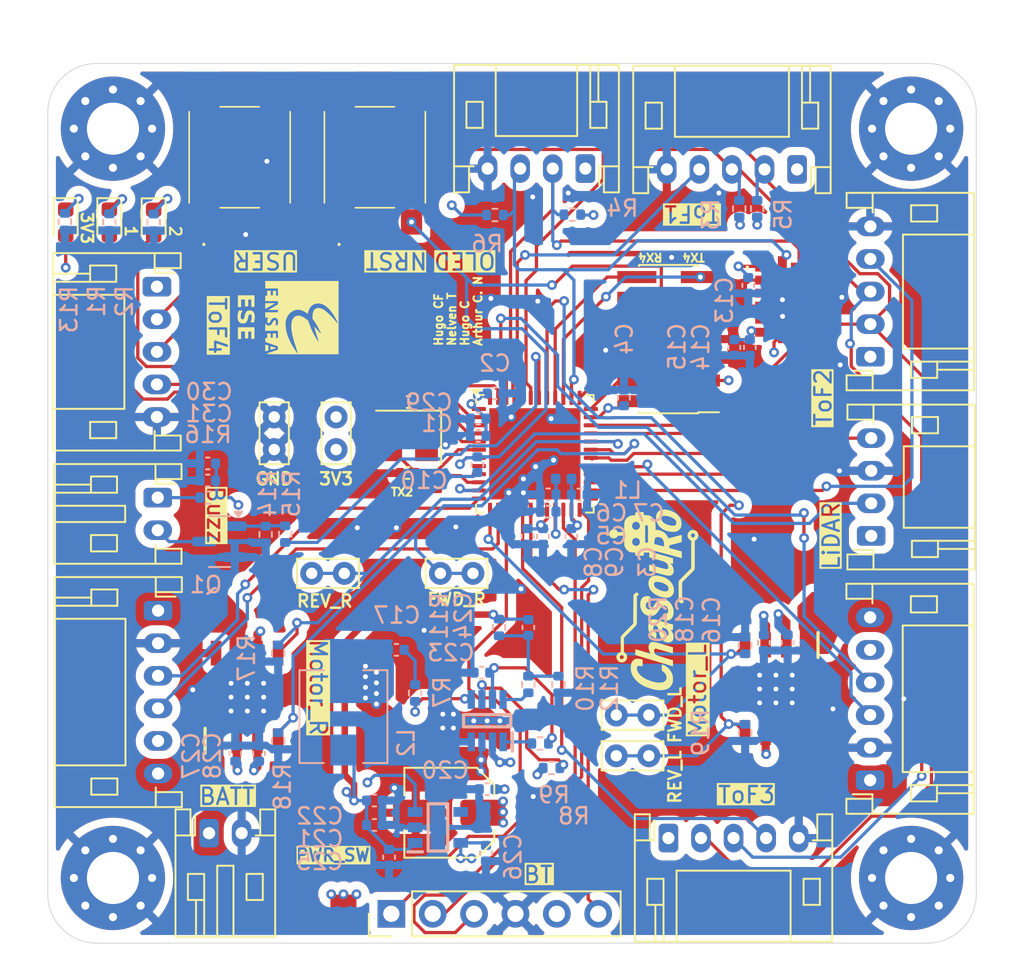
<source format=kicad_pcb>
(kicad_pcb (version 20241229) (generator "pcbnew") (generator_version "9.0")
  (layers (0 "F.Cu" signal) (4 "In1.Cu" power "In1_GND.Cu") (6 "In2.Cu" power "In2_3V3.Cu") (2 "B.Cu" signal) (13 "F.Paste" user) (15 "B.Paste" user) (5 "F.SilkS" user "F.Silkscreen") (7 "B.SilkS" user "B.Silkscreen") (1 "F.Mask" user) (3 "B.Mask" user) (25 "Edge.Cuts" user))
  (net 0 "")
  (net 1 "+7.5V")
  (net 2 "REV_L")
  (net 3 "GND")
  (net 4 "OUT_1_L")
  (net 5 "FWD_L")
  (net 6 "NRST")
  (net 7 "OUT_1_R")
  (net 8 "Net-(IC3-VCC)")
  (net 9 "FWD_R")
  (net 10 "REV_R")
  (net 11 "Net-(IC3-BST)")
  (net 12 "SW")
  (net 13 "PG")
  (net 14 "EN{slash}SYNC")
  (net 15 "/Power&Control/R_Bridge")
  (net 16 "+5V")
  (net 17 "+3.3V")
  (net 18 "SCL1")
  (net 19 "INT_XL2")
  (net 20 "INT_XL1")
  (net 21 "SDA1")
  (net 22 "SWDIO")
  (net 23 "TX4")
  (net 24 "RX4")
  (net 25 "SWCLK")
  (net 26 "Net-(U1-PF1)")
  (net 27 "M_CTRL")
  (net 28 "EN_BT")
  (net 29 "TX3")
  (net 30 "ENC_PB_R")
  (net 31 "ENC_PA_R")
  (net 32 "LED_STATE")
  (net 33 "Net-(U1-PF0)")
  (net 34 "ENC_PB_L")
  (net 35 "TX2")
  (net 37 "RX2")
  (net 38 "ENC_PA_L")
  (net 40 "RX3")
  (net 42 "SCL3")
  (net 43 "SDA3")
  (net 44 "Net-(D3-K)")
  (net 45 "Net-(D1-K)")
  (net 46 "Net-(D2-K)")
  (net 47 "XShunt1")
  (net 48 "XShunt2")
  (net 49 "XShunt3")
  (net 50 "XShunt4")
  (net 55 "+3.3VA")
  (net 56 "Net-(C17-Pad1)")
  (net 57 "/Power&Control/FB")
  (net 63 "/Power&Control/OUT_2_L")
  (net 64 "/Power&Control/OUT_2_R")
  (net 65 "/Power&Control/Bat+")
  (net 66 "/VREF+")
  (net 67 "/USER")
  (net 68 "/D1")
  (net 69 "/D2")
  (net 70 "Buzzer")
  (net 71 "/Sensors&periphs/Buzz+")
  (net 72 "/Sensors&periphs/Buzz-")
  (net 73 "/Sensors&periphs/G_Q1")
  (footprint "Capacitor_SMD:C_Elec_5x5.4" (layer "F.Cu") (at 123.65 92.995 180)
    (property "Reference" "C19" (hide yes))
    (property "Value" "47u")
  )
  (footprint "ESE:Pads_SW" (layer "F.Cu") (at 115.85 96.22375 180)
    (property "Reference" "S3")
    (property "Value" "PWR_SW")
  )
  (footprint "Connector_JST:JST_PH_S5B-PH-K_1x05_P2.00mm_Horizontal" (layer "F.Cu") (at 105.7 60.7 -90)
    (property "Reference" "J8" (hide yes))
    (property "Value" "ToF4")
  )
  (footprint "TestPoint:TestPoint_Bridge_Pitch2.0mm_Drill0.7mm" (layer "F.Cu") (at 115.2 78.3)
    (property "Reference" "TP7" (hide yes))
    (property "Value" "REV_R")
  )
  (footprint "ESE:430182070816" (layer "F.Cu") (at 119.08 52.755 90)
    (property "Reference" "S1" (hide yes))
    (property "Value" "NRST")
  )
  (footprint "LED_SMD:LED_0603_1608Metric" (layer "F.Cu") (at 102.777097 56.75 -90)
    (property "Reference" "D1" (hide yes))
    (property "Value" "1")
  )
  (footprint "LED_SMD:LED_0603_1608Metric" (layer "F.Cu") (at 100.1 56.75 -90)
    (property "Reference" "D3" (hide yes))
    (property "Value" "3V3")
  )
  (footprint "ESE:430182070816" (layer "F.Cu") (at 110.78 52.755 90)
    (property "Reference" "S2" (hide yes))
    (property "Value" "USER")
  )
  (footprint "Connector_JST:JST_PH_S2B-PH-K_1x02_P2.00mm_Horizontal" (layer "F.Cu") (at 108.9 94.25)
    (property "Reference" "J11" (hide yes))
    (property "Value" "BATT")
  )
  (footprint "LED_SMD:LED_0603_1608Metric" (layer "F.Cu") (at 105.5 56.7625 -90)
    (property "Reference" "D2" (hide yes))
    (property "Value" "2")
  )
  (footprint "TestPoint:TestPoint_Bridge_Pitch2.0mm_Drill0.7mm" (layer "F.Cu") (at 133.9 87)
    (property "Reference" "TP4" (hide yes))
    (property "Value" "FWD_L")
  )
  (footprint "TestPoint:TestPoint_Bridge_Pitch2.0mm_Drill0.7mm" (layer "F.Cu") (at 133.9 89.5)
    (property "Reference" "TP5" (hide yes))
    (property "Value" "REV_L")
  )
  (footprint "Connector_JST:JST_PH_S6B-PH-K_1x06_P2.00mm_Horizontal" (layer "F.Cu") (at 149.485778 90.999606 90)
    (property "Reference" "J9" (hide yes))
    (property "Value" "Motor_L")
  )
  (footprint "Crystal:Crystal_SMD_3225-4Pin_3.2x2.5mm" (layer "F.Cu") (at 121.15 69.96 180)
    (property "Reference" "Y1" (hide yes))
    (property "Value" "Crystal_GND24_Small")
  )
  (footprint "LOGO" (layer "F.Cu") (at 136.316597 79.8 90)
    (property "Reference" "G***" (hide yes))
    (property "Value" "LOGO" (hide yes))
  )
  (footprint "Capacitor_SMD:C_0402_1005Metric" (layer "F.Cu") (at 121.095 72.135 180)
    (property "Reference" "C12" (hide yes))
    (property "Value" "22p")
  )
  (footprint "MountingHole:MountingHole_3.2mm_M3_Pad_Via" (layer "F.Cu") (at 152 97)
    (property "Reference" "H2" (hide yes))
    (property "Value" "MountingHole_Pad")
  )
  (footprint "Connector_PinHeader_1.27mm:PinHeader_2x07_P1.27mm_Vertical_SMD" (layer "F.Cu") (at 137.113 63.92 180)
    (property "Reference" "J3" (hide yes))
    (property "Value" "Conn_ST_STDC14" (hide yes))
  )
  (footprint "ESE:ADXL343BCCZRL" (layer "F.Cu") (at 144.098 61.498)
    (property "Reference" "IC1" (hide yes))
    (property "Value" "ADXL343BCCZ-RL" (hide yes))
  )
  (footprint "Package_DFN_QFN:QFN-48-1EP_7x7mm_P0.5mm_EP5.6x5.6mm" (layer "F.Cu") (at 128.9 70.96)
    (property "Reference" "U1" (hide yes))
    (property "Value" "STM32G431CBUx")
  )
  (footprint "Connector_JST:JST_PH_S4B-PH-K_1x04_P2.00mm_Horizontal" (layer "F.Cu") (at 149.55 76 90)
    (property "Reference" "J1" (hide yes))
    (property "Value" "LiDAR")
  )
  (footprint "Connector_JST:JST_PH_S6B-PH-K_1x06_P2.00mm_Horizontal" (layer "F.Cu") (at 105.77 80.588 -90)
    (property "Reference" "J10" (hide yes))
    (property "Value" "Motor_R")
  )
  (footprint "TestPoint:TestPoint_Bridge_Pitch2.0mm_Drill0.7mm" (layer "F.Cu") (at 116.7 70.7 90)
    (property "Reference" "TP3" (hide yes))
    (property "Value" "3V3")
  )
  (footprint "Connector_JST:JST_PH_S2B-PH-K_1x02_P2.00mm_Horizontal" (layer "F.Cu") (at 105.75 73.65 -90)
    (property "Reference" "J12" (hide yes))
    (property "Value" "Buzz")
  )
  (footprint "TestPoint:TestPoint_Bridge_Pitch2.0mm_Drill0.7mm" (layer "F.Cu") (at 123.1 78.3)
    (property "Reference" "TP6" (hide yes))
    (property "Value" "FWD_R")
  )
  (footprint "MountingHole:MountingHole_3.2mm_M3_Pad_Via" (layer "F.Cu") (at 152 51)
    (property "Reference" "H3" (hide yes))
    (property "Value" "MountingHole_Pad")
  )
  (footprint "LOGO" (layer "F.Cu") (at 114.6 62.6 -90)
    (property "Reference" "G***" (hide yes))
    (property "Value" "LOGO" (hide yes))
  )
  (footprint "Capacitor_SMD:C_0402_1005Metric" (layer "F.Cu") (at 121.145 67.785 180)
    (property "Reference" "C11" (hide yes))
    (property "Value" "22p")
  )
  (footprint "Connector_JST:JST_PH_S5B-PH-K_1x05_P2.00mm_Horizontal" (layer "F.Cu") (at 149.5 65 90)
    (property "Reference" "J6" (hide yes))
    (property "Value" "ToF2")
  )
  (footprint "MountingHole:MountingHole_3.2mm_M3_Pad_Via" (layer "F.Cu") (at 103 97)
    (property "Reference" "H1" (hide yes))
    (property "Value" "MountingHole_Pad")
  )
  (footprint "MountingHole:MountingHole_3.2mm_M3_Pad_Via" (layer "F.Cu") (at 103 51)
    (property "Reference" "H4" (hide yes))
    (property "Value" "MountingHole_Pad")
  )
  (footprint "ESE:SOIC127P600X150-9N" (layer "F.Cu") (at 143.705778 85.386606 -90)
    (property "Reference" "IC2" (hide yes))
    (property "Value" "ZXBM5210-SP-13" (hide yes))
  )
  (footprint "Connector_JST:JST_PH_S4B-PH-K_1x04_P2.00mm_Horizontal" (layer "F.Cu") (at 132 53.45 180)
    (property "Reference" "J2" (hide yes))
    (property "Value" "OLED")
  )
  (footprint "Connector_JST:JST_PH_S5B-PH-K_1x05_P2.00mm_Horizontal" (layer "F.Cu") (at 145 53.5 180)
    (property "Reference" "J5" (hide yes))
    (property "Value" "ToF1")
  )
  (footprint "TestPoint:TestPoint_Bridge_Pitch2.0mm_Drill0.7mm" (layer "F.Cu") (at 112.9 70.7 90)
    (property "Reference" "TP2" (hide yes))
    (property "Value" "GND")
  )
  (footprint "Connector_JST:JST_PH_S5B-PH-K_1x05_P2.00mm_Horizontal" (layer "F.Cu") (at 137.1 94.55)
    (property "Reference" "J7" (hide yes))
    (property "Value" "ToF3")
  )
  (footprint "Connector_PinHeader_2.54mm:PinHeader_1x06_P2.54mm_Vertical" (layer "F.Cu") (at 120.09 99.2 90)
    (property "Reference" "J4" (hide yes))
    (property "Value" "BT")
  )
  (footprint "ESE:SOIC127P600X150-9N" (layer "F.Cu") (at 111.235 85.888 90)
    (property "Reference" "IC4" (hide yes))
    (property "Value" "ZXBM5210-SP-13" (hide yes))
  )
  (footprint "Resistor_SMD:R_0402_1005Metric" (layer "B.Cu") (at 121.55 85.645 90)
    (property "Reference" "R7")
    (property "Value" "20")
  )
  (footprint "Resistor_SMD:R_0402_1005Metric" (layer "B.Cu") (at 105.5 56.75 90)
    (property "Reference" "R2")
    (property "Value" "2.7k")
  )
  (footprint "Capacitor_SMD:C_0402_1005Metric" (layer "B.Cu") (at 125.42 68.8 180)
    (property "Reference" "C29")
    (property "Value" "0.1u")
  )
  (footprint "Resistor_SMD:R_0402_1005Metric" (layer "B.Cu") (at 126.7 81.62 -90)
    (property "Reference" "R11")
    (property "Value" "40.2k")
  )
  (footprint "Resistor_SMD:R_0402_1005Metric" (layer "B.Cu") (at 131.2 56.275)
    (property "Reference" "R4")
    (property "Value" "4.7k")
  )
  (footprint "Resistor_SMD:R_0402_1005Metric" (layer "B.Cu") (at 141.45 55.91 -90)
    (property "Reference" "R3")
    (property "Value" "4.7k")
  )
  (footprint "Capacitor_SMD:C_0402_1005Metric" (layer "B.Cu") (at 119.95 95.725 -90)
    (property "Reference" "C25")
    (property "Value" "1u")
  )
  (footprint "Capacitor_SMD:C_0402_1005Metric" (layer "B.Cu") (at 142.960778 82.554606 -90)
    (property "Reference" "C18")
    (property "Value" "0.1u")
  )
  (footprint "Capacitor_SMD:C_0402_1005Metric" (layer "B.Cu") (at 119.05 92.245)
    (property "Reference" "C22")
    (property "Value" "22u")
  )
  (footprint "Resistor_SMD:R_0402_1005Metric" (layer "B.Cu") (at 113.575 75.89 90)
    (property "Reference" "R15")
    (property "Value" "470")
  )
  (footprint "Resistor_SMD:R_0402_1005Metric" (layer "B.Cu") (at 130.35 85.12 -90)
    (property "Reference" "R12")
    (property "Value" "7.68k")
  )
  (footprint "Capacitor_SMD:C_0402_1005Metric" (layer "B.Cu") (at 110.51 89.355 90)
    (property "Reference" "C27")
    (property "Value" "10u")
  )
  (footprint "Resistor_SMD:R_0402_1005Metric" (layer "B.Cu") (at 100.05 56.71 90)
    (property "Reference" "R13")
    (property "Value" "2.7k")
  )
  (footprint "Capacitor_SMD:C_0402_1005Metric" (layer "B.Cu") (at 129.72 73.45 180)
    (property "Reference" "C6")
    (property "Value" "1u")
  )
  (footprint "ESE:SOT95P280X125-5N" (layer "B.Cu") (at 122.95 93.895)
    (property "Reference" "IC5" (hide yes))
    (property "Value" "BU33SD5WG-TR" (hide yes))
  )
  (footprint "Capacitor_SMD:C_0402_1005Metric" (layer "B.Cu") (at 142 60.62 -90)
    (property "Reference" "C13")
    (property "Value" "0.1u")
  )
  (footprint "Capacitor_SMD:C_0402_1005Metric" (layer "B.Cu") (at 129.4 76.03 -90)
    (property "Reference" "C9")
    (property "Value" "100n")
  )
  (footprint "Capacitor_SMD:C_0402_1005Metric" (layer "B.Cu") (at 131.625 73.46)
    (property "Reference" "C7")
    (property "Value" "47u")
  )
  (footprint "Capacitor_SMD:C_0402_1005Metric" (layer "B.Cu") (at 125.65 84.395 180)
    (property "Reference" "C23")
    (property "Value" "0.1u")
  )
  (footprint "Capacitor_SMD:C_0402_1005Metric" (layer "B.Cu") (at 108.82 71.55 180)
    (property "Reference" "C30")
    (property "Value" "0.1u")
  )
  (footprint "Package_TO_SOT_SMD:SOT-23" (layer "B.Cu") (at 109.5375 76.35 180)
    (property "Reference" "Q1")
    (property "Value" "IRLML2060")
  )
  (footprint "Resistor_SMD:R_0402_1005Metric" (layer "B.Cu") (at 142.55 55.91 -90)
    (property "Reference" "R5")
    (property "Value" "4.7k")
  )
  (footprint "Capacitor_SMD:C_0402_1005Metric" (layer "B.Cu") (at 131.14 76.03 -90)
    (property "Reference" "C3")
    (property "Value" "0.1u")
  )
  (footprint "Capacitor_SMD:C_0402_1005Metric" (layer "B.Cu") (at 125.375 71.625 -90)
    (property "Reference" "C10")
    (property "Value" "0.1u")
  )
  (footprint "Capacitor_SMD:C_0402_1005Metric" (layer "B.Cu") (at 108.82 72.6 180)
    (property "Reference" "C31")
    (property "Value" "10u")
  )
  (footprint "Resistor_SMD:R_0402_1005Metric" (layer "B.Cu") (at 102.777097 56.7375 90)
    (property "Reference" "R1")
    (property "Value" "2.7k")
  )
  (footprint "Resistor_SMD:R_0402_1005Metric" (layer "B.Cu") (at 108.84 73.65)
    (property "Reference" "R16")
    (property "Value" "100")
  )
  (footprint "Resistor_SMD:R_0402_1005Metric" (layer "B.Cu") (at 141.810778 82.724606 90)
    (property "Reference" "R20")
    (property "Value" "100k")
  )
  (footprint "Capacitor_SMD:C_0402_1005Metric" (layer "B.Cu") (at 144.420778 82.554606 -90)
    (property "Reference" "C16")
    (property "Value" "10u")
  )
  (footprint "Capacitor_SMD:C_0402_1005Metric" (layer "B.Cu") (at 125.42 69.86 180)
    (property "Reference" "C1")
    (property "Value" "4.7u")
  )
  (footprint "Resistor_SMD:R_0402_1005Metric" (layer "B.Cu") (at 113.145 83.203 -90)
    (property "Reference" "R17")
    (property "Value" "100k" (hide yes))
  )
  (footprint "Resistor_SMD:R_0402_1005Metric" (layer "B.Cu") (at 129.225 88.745)
    (property "Reference" "R9")
    (property "Value" "100k")
  )
  (footprint "Capacitor_SMD:C_0402_1005Metric" (layer "B.Cu") (at 120.4 82.995 180)
    (property "Reference" "C17")
    (property "Value" "0.1u")
  )
  (footprint "Capacitor_SMD:C_0402_1005Metric" (layer "B.Cu") (at 125.9 95.48 -90)
    (property "Reference" "C26")
    (property "Value" "1u")
  )
  (footprint "Capacitor_SMD:C_0402_1005Metric" (layer "B.Cu") (at 111.97 89.355 90)
    (property "Reference" "C28")
    (property "Value" "0.1u")
  )
  (footprint "Resistor_SMD:R_0402_1005Metric" (layer "B.Cu") (at 112.375 75.91 -90)
    (property "Reference" "R14")
    (property "Value" "100k")
  )
  (footprint "Capacitor_SMD:C_0402_1005Metric" (layer "B.Cu") (at 128.5 81.62 -90)
    (property "Reference" "C24")
    (property "Value" "15p")
  )
  (footprint "Resistor_SMD:R_0402_1005Metric" (layer "B.Cu") (at 129.925 90.245)
    (property "Reference" "R8")
    (property "Value" "100k")
  )
  (footprint "Capacitor_SMD:C_0402_1005Metric" (layer "B.Cu") (at 126.45 67.25)
    (property "Reference" "C2")
    (property "Value" "0.1u")
  )
  (footprint "Capacitor_SMD:C_0402_1005Metric" (layer "B.Cu") (at 134.37 67.53 90)
    (property "Reference" "C4")
    (property "Value" "0.1u")
  )
  (footprint "Inductor_SMD:L_0402_1005Metric" (layer "B.Cu") (at 130.665 72.5)
    (property "Reference" "L1")
    (property "Value" "4.7n")
  )
  (footprint "Capacitor_SMD:C_0402_1005Metric" (layer "B.Cu") (at 142.1 64.43 -90)
    (property "Reference" "C15")
    (property "Value" "0.1u")
  )
  (footprint "Capacitor_SMD:C_0402_1005Metric" (layer "B.Cu") (at 119.05 93.745)
    (property "Reference" "C21")
    (property "Value" "22u")
  )
  (footprint "Capacitor_SMD:C_0402_1005Metric" (layer "B.Cu") (at 128.45 76.03 -90)
    (property "Reference" "C8")
    (property "Value" "1u")
  )
  (footprint "Resistor_SMD:R_0402_1005Metric" (layer "B.Cu") (at 126.45 56.3 180)
    (property "Reference" "R6")
    (property "Value" "4.7k")
  )
  (footprint "Inductor_SMD:L_Wuerth_HCI-5040" (layer "B.Cu") (at 117.15 87.095 -90)
    (property "Reference" "L2")
    (property "Value" "4.7u" (hide yes))
  )
  (footprint "Resistor_SMD:R_0402_1005Metric" (layer "B.Cu") (at 128.5 85.12 -90)
    (property "Reference" "R10")
    (property "Value" "16k")
  )
  (footprint "ESE:SOT65P280X100-8N" (layer "B.Cu") (at 125.975 87.345 90)
    (property "Reference" "IC3" (hide yes))
    (property "Value" "MP1475DJ-LF-P" (hide yes))
  )
  (footprint "Resistor_SMD:R_0402_1005Metric" (layer "B.Cu") (at 141.810778 88.074606 -90)
    (property "Reference" "R19")
    (property "Value" "100k")
  )
  (footprint "Capacitor_SMD:C_0402_1005Metric" (layer "B.Cu") (at 141.15 64.43 -90)
    (property "Reference" "C14")
    (property "Value" "10u")
  )
  (footprint "Capacitor_SMD:C_0402_1005Metric" (layer "B.Cu") (at 129.72 74.51 180)
    (property "Reference" "C5")
    (property "Value" "10n")
  )
  (footprint "Capacitor_SMD:C_0402_1005Metric" (layer "B.Cu") (at 125.97 91.55 180)
    (property "Reference" "C20")
    (property "Value" "0.1u")
  )
  (footprint "Resistor_SMD:R_0402_1005Metric" (layer "B.Cu") (at 113.145 88.588 -90)
    (property "Reference" "R18")
    (property "Value" "100k")
  )
  (gr_rect (start 122.1 72.625) (end 123.1 73.275) (stroke (width 0.2)) (fill yes) (layers "F.Cu" "F.Mask") (net 35))
  (gr_arc (start 99 50) (mid 99.87868 47.87868) (end 102 47) (stroke (width 0.05)) (layer "Edge.Cuts"))
  (gr_line (start 102 101) (end 153 101) (stroke (width 0.05)) (layer "Edge.Cuts"))
  (gr_line (start 99 50) (end 99 98) (stroke (width 0.05)) (layer "Edge.Cuts"))
  (gr_line (start 153 47) (end 102 47) (stroke (width 0.05)) (layer "Edge.Cuts"))
  (gr_arc (start 102 101) (mid 99.87868 100.12132) (end 99 98) (stroke (width 0.05)) (layer "Edge.Cuts"))
  (gr_arc (start 156 98) (mid 155.12132 100.12132) (end 153 101) (stroke (width 0.05)) (layer "Edge.Cuts"))
  (gr_arc (start 153 47) (mid 155.12132 47.87868) (end 156 50) (stroke (width 0.05)) (layer "Edge.Cuts"))
  (gr_line (start 156 98) (end 156 50) (stroke (width 0.05)) (layer "Edge.Cuts"))
  (gr_text "TX2" (at 120 73.6 0) (layer "F.SilkS") (effects (font (size 0.5 0.5) (thickness 0.125) (bold yes)) (justify left bottom)))
  (gr_text "Hugo CF\nNelven T\nHugo C\nArthur C. N" (at 125.7 64.4 90) (layer "F.SilkS") (effects (font (size 0.5 0.5) (thickness 0.125) (bold yes)) (justify left bottom)))
  (gr_text "ESE" (at 110.5 61.1 270) (layer "F.SilkS") (effects (font (size 1 1) (thickness 0.25) (bold yes) (italic yes)) (justify left bottom)))
  (gr_text "RX4" (at 136.8 58.6 180) (layer "F.SilkS") (effects (font (size 0.5 0.5) (thickness 0.125) (bold yes)) (justify left bottom)))
  (gr_text "TX4" (at 139.4 58.6 180) (layer "F.SilkS") (effects (font (size 0.5 0.5) (thickness 0.125) (bold yes)) (justify left bottom)))
  (segment (start 110.6 90.35) (end 110.65 90.4) (width 0.5) (layer "F.Cu") (net 1))
  (segment (start 144.340778 81.740778) (end 144.340778 82.698606) (width 0.5) (layer "F.Cu") (net 1))
  (segment (start 111.87 82.03) (end 112.05 81.85) (width 0.5) (layer "F.Cu") (net 1))
  (segment (start 111.87 88.576) (end 111.87 90.18) (width 0.5) (layer "F.Cu") (net 1))
  (segment (start 143.070778 88.074606) (end 143.070778 89.370778) (width 0.5) (layer "F.Cu") (net 1))
  (segment (start 144.340778 81.290778) (end 143.85 80.8) (width 0.5) (layer "F.Cu") (net 1))
  (segment (start 143.1 81.5) (end 143.1 82.669384) (width 0.5) (layer "F.Cu") (net 1))
  (segment (start 111.87 90.18) (end 111.65 90.4) (width 0.5) (layer "F.Cu") (net 1))
  (segment (start 143.1 82.669384) (end 143.070778 82.698606) (width 0.5) (layer "F.Cu") (net 1))
  (segment (start 144.340778 82.698606) (end 144.340778 81.290778) (width 0.5) (layer "F.Cu") (net 1))
  (segment (start 110.6 88.576) (end 110.6 90.35) (width 0.5) (layer "F.Cu") (net 1))
  (segment (start 142.95 81.35) (end 143.1 81.5) (width 0.5) (layer "F.Cu") (net 1))
  (segment (start 111.87 83.2) (end 111.87 82.03) (width 0.5) (layer "F.Cu") (net 1))
  (segment (start 142.95 80.9) (end 142.95 81.35) (width 0.5) (layer "F.Cu") (net 1))
  (segment (start 143.070778 89.370778) (end 143.1 89.4) (width 0.5) (layer "F.Cu") (net 1))
  (via (at 143.85 80.8) (size 0.6) (drill 0.3) (layers "F.Cu" "B.Cu") (net 1))
  (via (at 126.95 92.95) (size 0.6) (drill 0.3) (layers "F.Cu" "B.Cu") (net 1))
  (via (at 127.399 89.9) (size 0.6) (drill 0.3) (layers "F.Cu" "B.Cu") (net 1))
  (via (at 117.95 98) (size 0.6) (drill 0.3) (layers "F.Cu" "B.Cu") (net 1))
  (via (at 126.75 89.9) (size 0.6) (drill 0.3) (layers "F.Cu" "B.Cu") (net 1))
  (via (at 111.65 90.4) (size 0.6) (drill 0.3) (layers "F.Cu" "B.Cu") (net 1))
  (via (at 126.958635 93.608635) (size 0.6) (drill 0.3) (layers "F.Cu" "B.Cu") (net 1))
  (via (at 127.05 91.55) (size 0.6) (drill 0.3) (layers "F.Cu" "B.Cu") (net 1))
  (via (at 110.65 90.4) (size 0.6) (drill 0.3) (layers "F.Cu" "B.Cu") (net 1))
  (via (at 112.05 81.85) (size 0.6) (drill 0.3) (layers "F.Cu" "B.Cu") (net 1))
  (via (at 117.15 98) (size 0.6) (drill 0.3) (layers "F.Cu" "B.Cu") (net 1))
  (via (at 143.1 89.4) (size 0.6) (drill 0.3) (layers "F.Cu" "B.Cu") (net 1))
  (via (at 116.4 98) (size 0.6) (drill 0.3) (layers "F.Cu" "B.Cu") (net 1))
  (via (at 142.95 80.9) (size 0.6) (drill 0.3) (layers "F.Cu" "B.Cu") (net 1))
  (via (at 126.95 92.3) (size 0.6) (drill 0.3) (layers "F.Cu" "B.Cu") (net 1))
  (via (at 129.05 90.65) (size 0.6) (drill 0.3) (layers "F.Cu" "B.Cu") (net 1))
  (segment (start 129.05 90.65) (end 129.05 90.61) (width 0.5) (layer "B.Cu") (net 1))
  (segment (start 142.95 80.9) (end 142.95 81.628444) (width 0.5) (layer "B.Cu") (net 1))
  (segment (start 111.65 90.155) (end 111.97 89.835) (width 0.5) (layer "B.Cu") (net 1))
  (segment (start 111.65 90.4) (end 111.65 90.155) (width 0.5) (layer "B.Cu") (net 1))
  (segment (start 142.960778 81.639222) (end 142.960778 82.074606) (width 0.5) (layer "B.Cu") (net 1))
  (segment (start 142.95 81.628444) (end 142.960778 81.639222) (width 0.5) (layer "B.Cu") (net 1))
  (segment (start 110.65 90.4) (end 110.65 89.975) (width 0.5) (layer "B.Cu") (net 1))
  (segment (start 143.85 81.503828) (end 144.420778 82.074606) (width 0.5) (layer "B.Cu") (net 1))
  (segment (start 126.75 89.9) (end 126.3 89.45) (width 0.4) (layer "B.Cu") (net 1))
  (segment (start 126.75 89.9) (end 127.399 89.9) (width 0.4) (layer "B.Cu") (net 1))
  (segment (start 126.3 89.45) (end 126.3 88.645) (width 0.4) (layer "B.Cu") (net 1))
  (segment (start 127.05 91.55) (end 126.45 91.55) (width 0.5) (layer "B.Cu") (net 1))
  (segment (start 110.65 89.975) (end 110.51 89.835) (width 0.5) (layer "B.Cu") (net 1))
  (segment (start 129.05 90.61) (end 129.415 90.245) (width 0.5) (layer "B.Cu") (net 1))
  (segment (start 143.85 80.8) (end 143.85 81.503828) (width 0.5) (layer "B.Cu") (net 1))
  (segment (start 141.43 74.12) (end 140.89 74.12) (width 0.2) (layer "F.Cu") (net 2))
  (segment (start 130.16 61.58) (end 129.65 62.09) (width 0.2) (layer "F.Cu") (net 2))
  (segment (start 130.7 61.58) (end 130.16 61.58) (width 0.2) (layer "F.Cu") (net 2))
  (segment (start 140.8 87.55) (end 141.276172 87.55) (width 0.2) (layer "F.Cu") (net 2))
  (segment (start 140.34 74.67) (end 140.34 87.09) (width 0.2) (layer "F.Cu") (net 2))
  (segment (start 141.276172 87.55) (end 141.800778 88.074606) (width 0.2) (layer "F.Cu") (net 2))
  (segment (start 140.89 74.12) (end 140.34 74.67) (width 0.2) (layer "F.Cu") (net 2))
  (segment (start 140.34 87.09) (end 140.8 87.55) (width 0.2) (layer "F.Cu") (net 2))
  (segment (start 129.65 62.09) (end 129.65 67.5225) (width 0.2) (layer "F.Cu") (net 2))
  (via (at 141.43 74.12) (size 0.6) (drill 0.3) (layers "F.Cu" "B.Cu") (net 2))
  (via (at 140.8 87.55) (size 0.6) (drill 0.3) (layers "F.Cu" "B.Cu") (net 2))
  (via (at 130.7 61.58) (size 0.6) (drill 0.3) (layers "F.Cu" "B.Cu") (net 2))
  (segment (start 132.79 68.74) (end 130.699 66.649) (width 0.2) (layer "B.Cu") (net 2))
  (segment (start 141.43 74.12) (end 136.05 68.74) (width 0.2) (layer "B.Cu") (net 2))
  (segment (start 133.140057 68.74) (end 132.79 68.74) (width 0.2) (layer "B.Cu") (net 2))
  (segment (start 130.699 66.649) (end 130.699 64.859) (width 0.2) (layer "B.Cu") (net 2))
  (segment (start 138.85 89.5) (end 135.9 89.5) (width 0.2) (layer "B.Cu") (net 2))
  (segment (start 141.810778 87.564606) (end 140.814606 87.564606) (width 0.2) (layer "B.Cu") (net 2))
  (segment (start 130.7 64.858) (end 130.7 61.58) (width 0.2) (layer "B.Cu") (net 2))
  (segment (start 133.648943 68.751) (end 133.151057 68.751) (width 0.2) (layer "B.Cu") (net 2))
  (segment (start 136.05 68.74) (end 133.659943 68.74) (width 0.2) (layer "B.Cu") (net 2))
  (segment (start 130.699 64.859) (end 130.7 64.858) (width 0.2) (layer "B.Cu") (net 2))
  (segment (start 133.151057 68.751) (end 133.140057 68.74) (width 0.2) (layer "B.Cu") (net 2))
  (segment (start 140.8 87.55) (end 138.85 89.5) (width 0.2) (layer "B.Cu") (net 2))
  (segment (start 133.659943 68.74) (end 133.648943 68.751) (width 0.2) (layer "B.Cu") (net 2))
  (segment (start 135.9 89.5) (end 133.9 89.5) (width 0.2) (layer "B.Cu") (net 2))
  (segment (start 140.814606 87.564606) (end 140.8 87.55) (width 0.2) (layer "B.Cu") (net 2))
  (segment (start 143 61.898) (end 143 62.698) (width 0.2) (layer "F.Cu") (net 3))
  (segment (start 109.47 56.73) (end 109.8 56.4) (width 0.2) (layer "F.Cu") (net 3))
  (segment (start 143 62.698) (end 143.935498 62.698) (width 0.2) (layer "F.Cu") (net 3))
  (segment (start 145.196 60.298) (end 146.132 60.298) (width 0.2) (layer "F.Cu") (net 3))
  (segment (start 144.1 61.5) (end 144.1 60.6215) (width 0.2) (layer "F.Cu") (net 3))
  (segment (start 144.1 62.513498) (end 144.11 62.523498) (width 0.2) (layer "F.Cu") (net 3))
  (segment (start 108.53 56.73) (end 108.53 56.67) (width 0.2) (layer "F.Cu") (net 3))
  (segment (start 108.53 56.73) (end 109.47 56.73) (width 0.2) (layer "F.Cu") (net 3))
  (segment (start 143 60.298) (end 142.002 60.298) (width 0.2) (layer "F.Cu") (net 3))
  (segment (start 109.33 83.983) (end 111.235 85.888) (width 0.2) (layer "F.Cu") (net 3))
  (segment (start 122.71 70.35) (end 122.25 70.81) (width 0.2) (layer "F.Cu") (net 3))
  (segment (start 144.1 60.6) (end 143.798 60.298) (width 0.2) (layer "F.Cu") (net 3))
  (segment (start 144.4235 60.298) (end 145.196 60.298) (width 0.2) (layer "F.Cu") (net 3))
  (segment (start 120.665 68.495) (end 120.05 69.11) (width 0.2) (layer "F.Cu") (net 3))
  (segment (start 123.362646 70.35) (end 122.71 70.35) (width 0.2) (layer "F.Cu") (net 3))
  (segment (start 143.798 60.298) (end 143 60.298) (width 0.2) (layer "F.Cu") (net 3))
  (segment (start 144.1 60.6215) (end 144.4235 60.298) (width 0.2) (layer "F.Cu") (net 3))
  (segment (start 142.182 61.898) (end 142.18 61.9) (width 0.2) (layer "F.Cu") (net 3))
  (segment (start 142.002 60.298) (end 142 60.3) (width 0.2) (layer "F.Cu") (net 3))
  (segment (start 120.665 67.785) (end 120.665 68.495) (width 0.2) (layer "F.Cu") (net 3))
  (segment (start 109.33 83.2) (end 109.33 83.983) (width 0.2) (layer "F.Cu") (net 3))
  (segment (start 145.610778 87.291606) (end 143.705778 85.386606) (width 0.2) (layer "F.Cu") (net 3))
  (segment (start 145.610778 88.074606) (end 145.610778 87.291606) (width 0.2) (layer "F.Cu") (net 3))
  (segment (start 144.1 61.5) (end 144.1 60.6) (width 0.2) (layer "F.Cu") (net 3))
  (segment (start 123.412331 70.399685) (end 123.362646 70.35) (width 0.2) (layer "F.Cu") (net 3))
  (segment (start 108.53 56.67) (end 109.6 55.6) (width 0.2) (layer "F.Cu") (net 3))
  (segment (start 143 61.898) (end 142.182 61.898) (width 0.2) (layer "F.Cu") (net 3))
  (segment (start 143.935498 62.698) (end 144.11 62.523498) (width 0.2) (layer "F.Cu") (net 3))
  (via (at 147.2 86.62) (size 0.6) (drill 0.3) (layers "F.Cu" "B.Cu") (net 3))
  (via (at 111.15 57.5) (size 0.6) (drill 0.3) (layers "F.Cu" "B.Cu") (net 3))
  (via (at 142.36 76.2) (size 0.6) (drill 0.3) (layers "F.Cu" "B.Cu") (net 3))
  (via (at 110.25 85.9) (size 0.6) (drill 0.3) (layers "F.Cu" "B.Cu") (net 3))
  (via (at 137.3 58.9) (size 0.6) (drill 0.3) (layers "F.Cu" "B.Cu") (net 3))
  (via (at 112.45 53) (size 0.6) (drill 0.3) (layers "F.Cu" "B.Cu") (net 3))
  (via (at 143.7 84.55) (size 0.6) (drill 0.3) (layers "F.Cu" "B.Cu") (net 3))
  (via (at 144.7 85.4) (size 0.6) (drill 0.3) (layers "F.Cu" "B.Cu") (net 3))
  (via (at 142.7 85.4) (size 0.6) (drill 0.3) (layers "F.Cu" "B.Cu") (net 3))
  (via (at 110.25 86.75) (size 0.6) (drill 0.3) (layers "F.Cu" "B.Cu") (net 3))
  (via (at 111.25 86.75) (size 0.6) (drill 0.3) (layers "F.Cu" "B.Cu") (net 3))
  (via (at 111.25 85.05) (size 0.6) (drill 0.3) (layers "F.Cu" "B.Cu") (net 3))
  (via (at 144.7 84.55) (size 0.6) (drill 0.3) (layers "F.Cu" "B.Cu") (net 3))
  (via (at 110.25 85.05) (size 0.6) (drill 0.3) (layers "F.Cu" "B.Cu") (net 3))
  (via (at 143.7 86.25) (size 0.6) (drill 0.3) (layers "F.Cu" "B.Cu") (net 3))
  (via (at 143.7 85.4) (size 0.6) (drill 0.3) (layers "F.Cu" "B.Cu") (net 3))
  (via (at 125.15 87.35) (size 0.6) (drill 0.3) (layers "F.Cu" "B.Cu") (net 3))
  (via (at 124.05 75.45) (size 0.6) (drill 0.3) (layers "F.Cu" "B.Cu") (net 3))
  (via (at 125.975 87.35) (size 0.6) (drill 0.3) (layers "F.Cu" "B.Cu") (net 3))
  (via (at 128.2 72.5) (size 0.6) (drill 0.3) (layers "F.Cu" "B.Cu") (net 3))
  (via (at 144.1 61.5) (size 0.6) (drill 0.3) (layers "F.Cu" "B.Cu") (net 3))
  (via (at 127.3 73.35) (size 0.6) (drill 0.3) (layers "F.Cu" "B.Cu") (net 3))
  (via (at 128.77 55.19) (size 0.6) (drill 0.3) (layers "F.Cu" "B.Cu") (net 3))
  (via (at 112.25 86.75) (size 0.6) (drill 0.3) (layers "F.Cu" "B.Cu") (net 3))
  (via (at 112.25 85.05) (size 0.6) (drill 0.3) (layers "F.Cu" "B.Cu") (net 3))
  (via (at 144.11 62.523498) (size 0.6) (drill 0.3) (layers "F.Cu" "B.Cu") (net 3))
  (via (at 123.9 87.795) (size 0.6) (drill 0.3) (layers "F.Cu" "B.Cu") (net 3))
  (via (at 129.08 61.59) (size 0.6) (drill 0.3) (layers "F.Cu" "B.Cu") (net 3))
  (via (at 147.75 61.35) (size 0.6) (drill 0.3) (layers "F.Cu" "B.Cu") (net 3))
  (via (at 123.412331 70.399685) (size 0.6) (drill 0.3) (layers "F.Cu" "B.Cu") (net 3))
  (via (at 128.05 79.25) (size 0.6) (drill 0.3) (layers "F.Cu" "B.Cu") (net 3))
  (via (at 147.6 72) (size 0.6) (drill 0.3) (layers "F.Cu" "B.Cu") (net 3))
  (via (at 126.2 61.423747) (size 0.6) (drill 0.3) (layers "F.Cu" "B.Cu") (net 3))
  (via (at 142.7 86.25) (size 0.6) (drill 0.3) (layers "F.Cu" "B.Cu") (net 3))
  (via (at 128.95 71.75) (size 0.6) (drill 0.3) (layers "F.Cu" "B.Cu") (net 3))
  (via (at 151.55 86) (size 0.6) (drill 0.3) (layers "F.Cu" "B.Cu") (net 3))
  (via (at 118 75.5) (size 0.6) (drill 0.3) (layers "F.Cu" "B.Cu") (net 3))
  (via (at 128.8 92) (size 0.6) (drill 0.3) (layers "F.Cu" "B.Cu") (net 3))
  (via (at 123.25 86.945) (size 0.6) (drill 0.3) (layers "F.Cu" "B.Cu") (net 3))
  (via (at 107.9 85.45) (size 0.6) (drill 0.3) (layers "F.Cu" "B.Cu") (net 3))
  (via (at 127.45 68.7) (size 0.6) (drill 0.3) (layers "F.Cu" "B.Cu") (net 3))
  (via (at 112.25 85.9) (size 0.6) (drill 0.3) (layers "F.Cu" "B.Cu") (net 3))
  (via (at 120.28 91.47) (size 0.6) (drill 0.3) (layers "F.Cu" "B.Cu") (net 3))
  (via (at 129.9 68.8) (size 0.6) (drill 0.3) (layers "F.Cu" "B.Cu") (net 3))
  (via (at 130.95 54.95) (size 0.6) (drill 0.3) (layers "F.Cu" "B.Cu") (net 3))
  (via (at 120.4 75.5) (size 0.6) (drill 0.3) (layers "F.Cu" "B.Cu") (net 3))
  (via (at 126.75 87.35) (size 0.6) (drill 0.3) (layers "F.Cu" "B.Cu") (net 3))
  (via (at 111.25 85.9) (size 0.6) (drill 0.3) (layers "F.Cu" "B.Cu") (net 3))
  (via (at 140.2 54.95) (size 0.6) (drill 0.3) (layers "F.Cu" "B.Cu") (net 3))
  (via (at 142.7 84.55) (size 0.6) (drill 0.3) (layers "F.Cu" "B.Cu") (net 3))
  (via (at 130.05 71.35) (size 0.6) (drill 0.3) (layers "F.Cu" "B.Cu") (net 3))
  (via (at 123.25 87.795) (size 0.6) (drill 0.3) (layers "F.Cu" "B.Cu") (net 3))
  (via (at 123.9 86.945) (size 0.6) (drill 0.3) (layers "F.Cu" "B.Cu") (net 3))
  (via (at 133.25 64.6) (size 0.6) (drill 0.3) (layers "F.Cu" "B.Cu") (net 3))
  (via (at 147.65 65.5) (size 0.6) (drill 0.3) (layers "F.Cu" "B.Cu") (net 3))
  (via (at 122.1 81.8) (size 0.6) (drill 0.3) (layers "F.Cu" "B.Cu") (net 3))
  (via (at 128.2 73.35) (size 0.6) (drill 0.3) (layers "F.Cu" "B.Cu") (net 3))
  (via (at 144.7 86.25) (size 0.6) (drill 0.3) (layers "F.Cu" "B.Cu") (net 3))
  (segment (start 125.13 72.35) (end 124.16 72.35) (width 0.2) (layer "B.Cu") (net 3))
  (segment (start 124.16 72.35) (end 123.6 72.35) (width 0.2) (layer "B.Cu") (net 3))
  (segment (start 125.375 72.105) (end 125.13 72.35) (width 0.2) (layer "B.Cu") (net 3))
  (segment (start 125 68.74) (end 124.94 68.8) (width 0.2) (layer "B.Cu") (net 3))
  (segment (start 113.187 83.713) (end 113.145 83.713) (width 0.2) (layer "B.Cu") (net 3))
  (segment (start 126.15 74.3975) (end 126.15 76.101) (width 0.2) (layer "F.Cu") (net 5))
  (segment (start 141.249384 83.25) (end 141.800778 82.698606) (width 0.2) (layer "F.Cu") (net 5))
  (segment (start 140.95 83.25) (end 141.249384 83.25) (width 0.2) (layer "F.Cu") (net 5))
  (segment (start 126.15 76.101) (end 126.05 76.201) (width 0.2) (layer "F.Cu") (net 5))
  (via (at 126.05 76.201) (size 0.6) (drill 0.3) (layers "F.Cu" "B.Cu") (net 5))
  (via (at 140.95 83.25) (size 0.6) (drill 0.3) (layers "F.Cu" "B.Cu") (net 5))
  (segment (start 133.099 83.25) (end 140.95 83.25) (width 0.2) (layer "B.Cu") (net 5))
  (segment (start 133.9 87) (end 135.9 87) (width 0.2) (layer "B.Cu") (net 5))
  (segment (start 137.2 87) (end 140.95 83.25) (width 0.2) (layer "B.Cu") (net 5))
  (segment (start 141.810778 83.234606) (end 140.965394 83.234606) (width 0.2) (layer "B.Cu") (net 5))
  (segment (start 135.9 87) (end 137.2 87) (width 0.2) (layer "B.Cu") (net 5))
  (segment (start 140.965394 83.234606) (end 140.95 83.25) (width 0.2) (layer "B.Cu") (net 5))
  (segment (start 126.05 76.201) (end 133.099 83.25) (width 0.2) (layer "B.Cu") (net 5))
  (segment (start 136.664 59.439) (end 136.664 60.736) (width 0.2) (layer "F.Cu") (net 6))
  (segment (start 130.05 60.6) (end 131.211 59.439) (width 0.2) (layer "F.Cu") (net 6))
  (segment (start 136.02 61.38) (end 135.163 61.38) (width 0.2) (layer "F.Cu") (net 6))
  (segment (start 124.69 71.21) (end 124.3 71.6) (width 0.2) (layer "F.Cu") (net 6))
  (segment (start 125.4625 71.21) (end 124.69 71.21) (width 0.2) (layer "F.Cu") (net 6))
  (segment (start 121.33 56.73) (end 121.32 56.73) (width 0.2) (layer "F.Cu") (net 6))
  (segment (start 136.664 60.736) (end 136.02 61.38) (width 0.2) (layer "F.Cu") (net 6))
  (segment (start 129.95 60.6) (end 130.05 60.6) (width 0.2) (layer "F.Cu") (net 6))
  (segment (start 131.211 59.439) (end 136.664 59.439) (width 0.2) (layer "F.Cu") (net 6))
  (segment (start 121.32 56.73) (end 121.3 56.75) (width 0.2) (layer "F.Cu") (net 6))
  (via (at 124.3 71.6) (size 0.6) (drill 0.3) (layers "F.Cu" "B.Cu") (net 6))
  (via (at 121.33 56.73) (size 0.6) (drill 0.3) (layers "F.Cu" "B.Cu") (net 6))
  (via (at 129.95 60.6) (size 0.6) (drill 0.3) (layers "F.Cu" "B.Cu") (net 6))
  (segment (start 126.705 71.145) (end 125.375 71.145) (width 0.2) (layer "B.Cu") (net 6))
  (segment (start 124.69 71.21) (end 125.31 71.21) (width 0.2) (layer "B.Cu") (net 6))
  (segment (start 125.15 60.6) (end 124.7125 60.1625) (width 0.2) (layer "B.Cu") (net 6))
  (segment (start 129.58 68.27) (end 126.705 71.145) (width 0.2) (layer "B.Cu") (net 6))
  (segment (start 128.12 63.28) (end 129.58 64.74) (width 0.2) (layer "B.Cu") (net 6))
  (segment (start 124.3 71.6) (end 124.69 71.21) (width 0.2) (layer "B.Cu") (net 6))
  (segment (start 124.7125 62.5825) (end 125.41 63.28) (width 0.2) (layer "B.Cu") (net 6))
  (segment (start 121.3 56.75) (end 124.7125 60.1625) (width 0.2) (layer "B.Cu") (net 6))
  (segment (start 129.58 64.74) (end 129.58 68.27) (width 0.2) (layer "B.Cu") (net 6))
  (segment (start 124.7125 60.1625) (end 124.7125 62.5825) (width 0.2) (layer "B.Cu") (net 6))
  (segment (start 125.31 71.21) (end 125.375 71.145) (width 0.2) (layer "B.Cu") (net 6))
  (segment (start 129.95 60.6) (end 125.15 60.6) (width 0.2) (layer "B.Cu") (net 6))
  (segment (start 125.41 63.28) (end 128.12 63.28) (width 0.2) (layer "B.Cu") (net 6))
  (segment (start 128.3 84.1) (end 129.95 85.75) (width 0.2) (layer "F.Cu") (net 8))
  (segment (start 129.95 88.4) (end 129.95 85.75) (width 0.2) (layer "F.Cu") (net 8))
  (segment (start 126.4 84.1) (end 128.3 84.1) (width 0.2) (layer "F.Cu") (net 8))
  (via (at 126.4 84.1) (size 0.6) (drill 0.3) (layers "F.Cu" "B.Cu") (net 8))
  (via (at 129.95 88.4) (size 0.6) (drill 0.3) (layers "F.Cu" "B.Cu") (net 8))
  (segment (start 129.95 88.4) (end 129.95 88.53) (width 0.2) (layer "B.Cu") (net 8))
  (segment (start 126.4 84.1) (end 126.4 84.195) (width 0.2) (layer "B.Cu") (net 8))
  (segment (start 126.4 84.125) (end 126.13 84.395) (width 0.2) (layer "B.Cu") (net 8))
  (segment (start 126.3 84.565) (end 126.3 86.045) (width 0.2) (layer "B.Cu") (net 8))
  (segment (start 126.4 84.195) (end 126.3 84.295) (width 0.2) (layer "B.Cu") (net 8))
  (segment (start 126.4 84.1) (end 126.4 84.125) (width 0.2) (layer "B.Cu") (net 8))
  (segment (start 126.13 84.395) (end 126.3 84.565) (width 0.2) (layer "B.Cu") (net 8))
  (segment (start 129.95 88.53) (end 129.735 88.745) (width 0.2) (layer "B.Cu") (net 8))
  (segment (start 113.14 88.576) (end 113.14 88.083) (width 0.2) (layer "F.Cu") (net 9))
  (segment (start 113.14 88.083) (end 114.05855 87.16445) (width 0.2) (layer "F.Cu") (net 9))
  (segment (start 134.394 70.951) (end 135.01 70.335) (width 0.2) (layer "F.Cu") (net 9))
  (segment (start 132.3375 70.71) (end 133.510057 70.71) (width 0.2) (layer "F.Cu") (net 9))
  (segment (start 133.751057 70.951) (end 134.394 70.951) (width 0.2) (layer "F.Cu") (net 9))
  (segment (start 135.01 70.335) (end 135.01 70.356573) (width 0.2) (layer "F.Cu") (net 9))
  (segment (start 133.510057 70.71) (end 133.751057 70.951) (width 0.2) (layer "F.Cu") (net 9))
  (via (at 135.01 70.335) (size 0.6) (drill 0.3) (layers "F.Cu" "B.Cu") (net 9))
  (via (at 114.05855 87.16445) (size 0.6) (drill 0.3) (layers "F.Cu" "B.Cu") (net 9))
  (segment (start 121.58355 76.78355) (end 121.58355 75.88355) (width 0.2) (layer "B.Cu") (net 9))
  (segment (start 123.1 78.3) (end 125.1 78.3) (width 0.2) (layer "B.Cu") (net 9))
  (segment (start 129.080061 70.711) (end 125.640061 74.151) (width 0.2) (layer "B.Cu") (net 9))
  (segment (start 125.640061 74.151) (end 123.3161 74.151) (width 0.2) (layer "B.Cu") (net 9))
  (segment (start 123.3161 74.151) (end 121.58355 75.88355) (width 0.2) (layer "B.Cu") (net 9))
  (segment (start 135.01 70.335) (end 135.01 70.356573) (width 0.2) (layer "B.Cu") (net 9))
  (segment (start 113.145 88.078) (end 114.05855 87.16445) (width 0.2) (layer "B.Cu") (net 9))
  (segment (start 121.58355 75.88355) (end 114.05855 83.40855) (width 0.2) (layer "B.Cu") (net 9))
  (segment (start 130.261 70.711) (end 129.080061 70.711) (width 0.2) (layer "B.Cu") (net 9))
  (segment (start 130.501 70.951) (end 130.261 70.711) (width 0.2) (layer "B.Cu") (net 9))
  (segment (start 123.1 78.3) (end 121.58355 76.78355) (width 0.2) (layer "B.Cu") (net 9))
  (segment (start 135.01 70.356573) (end 134.415573 70.951) (width 0.2) (layer "B.Cu") (net 9))
  (segment (start 114.05855 83.40855) (end 114.05855 87.16445) (width 0.2) (layer "B.Cu") (net 9))
  (segment (start 134.415573 70.951) (end 130.501 70.951) (width 0.2) (layer "B.Cu") (net 9))
  (segment (start 113.14 83.16) (end 113.14 83.2) (width 0.2) (layer "F.Cu") (net 10))
  (segment (start 114.3 82) (end 113.14 83.16) (width 0.2) (layer "F.Cu") (net 10))
  (segment (start 133.86 70.21) (end 132.3375 70.21) (width 0.2) (layer "F.Cu") (net 10))
  (segment (start 134 70.35) (end 133.86 70.21) (width 0.2) (layer "F.Cu") (net 10))
  (segment (start 114.3 81.33) (end 114.3 82) (width 0.2) (layer "F.Cu") (net 10))
  (via (at 114.3 81.33) (size 0.6) (drill 0.3) (layers "F.Cu" "B.Cu") (net 10))
  (via (at 134 70.35) (size 0.6) (drill 0.3) (layers "F.Cu" "B.Cu") (net 10))
  (segment (start 115.2 78.3) (end 117.2 78.3) (width 0.2) (layer "B.Cu") (net 10))
  (segment (start 129 70.21) (end 133.86 70.21) (width 0.2) (layer "B.Cu") (net 10))
  (segment (start 123.15 73.75) (end 125.46 73.75) (width 0.2) (layer "B.Cu") (net 10))
  (segment (start 115.57 81.33) (end 119 77.9) (width 0.2) (layer "B.Cu") (net 10))
  (segment (start 117.2 78.3) (end 118.6 78.3) (width 0.2) (layer "B.Cu") (net 10))
  (segment (start 114.3 81.33) (end 115.57 81.33) (width 0.2) (layer "B.Cu") (net 10))
  (segment (start 119 77.9) (end 123.15 73.75) (width 0.2) (layer "B.Cu") (net 10))
  (segment (start 125.46 73.75) (end 129 70.21) (width 0.2) (layer "B.Cu") (net 10))
  (segment (start 114.3 81.538) (end 113.145 82.693) (width 0.2) (layer "B.Cu") (net 10))
  (segment (start 114.3 81.33) (end 114.3 81.538) (width 0.2) (layer "B.Cu") (net 10))
  (segment (start 133.86 70.21) (end 134 70.35) (width 0.2) (layer "B.Cu") (net 10))
  (segment (start 118.6 78.3) (end 119 77.9) (width 0.2) (layer "B.Cu") (net 10))
  (segment (start 122 85.995) (end 124.595 85.995) (width 0.2) (layer "F.Cu") (net 11))
  (segment (start 124.595 85.995) (end 124.6 86) (width 0.2) (layer "F.Cu") (net 11))
  (segment (start 121.55 86.445) (end 122 85.995) (width 0.2) (layer "F.Cu") (net 11))
  (segment (start 121.55 86.8) (end 121.55 86.445) (width 0.2) (layer "F.Cu") (net 11))
  (via (at 121.55 86.8) (size 0.6) (drill 0.3) (layers "F.Cu" "B.Cu") (net 11))
  (via (at 124.6 86) (size 0.6) (drill 0.3) (layers "F.Cu" "B.Cu") (net 11))
  (segment (start 121.55 86.8) (end 121.55 86.155) (width 0.2) (layer "B.Cu") (net 11))
  (via (at 118.5 85.3) (size 0.6) (drill 0.3) (layers "F.Cu" "B.Cu") (net 12))
  (via (at 125.6 89.75) (size 0.6) (drill 0.3) (layers "F.Cu" "B.Cu") (net 12))
  (via (at 125.6 90.445) (size 0.6) (drill 0.3) (layers "F.Cu" "B.Cu") (net 12))
  (via (at 119.175 85.675) (size 0.6) (drill 0.3) (layers "F.Cu" "B.Cu") (net 12))
  (via (at 119.175 86.325) (size 0.6) (drill 0.3) (layers "F.Cu" "B.Cu") (net 12))
  (via (at 118.5 85.95) (size 0.6) (drill 0.3) (layers "F.Cu" "B.Cu") (net 12))
  (via (at 119.175 84.375) (size 0.6) (drill 0.3) (layers "F.Cu" "B.Cu") (net 12))
  (via (at 118.5 84.645) (size 0.6) (drill 0.3) (layers "F.Cu" "B.Cu") (net 12))
  (via (at 119.175 85.02) (size 0.6) (drill 0.3) (layers "F.Cu" "B.Cu") (net 12))
  (via (at 118.5 84) (size 0.6) (drill 0.3) (layers "F.Cu" "B.Cu") (net 12))
  (segment (start 125.6 90.445) (end 125.6 89.75) (width 0.2) (layer "B.Cu") (net 12))
  (segment (start 125.6 88.695) (end 125.65 88.645) (width 0.2) (layer "B.Cu") (net 12))
  (segment (start 125.6 89.75) (end 125.6 88.695) (width 0.2) (layer "B.Cu") (net 12))
  (segment (start 126.95 88.645) (end 128.615 88.645) (width 0.2) (layer "B.Cu") (net 13))
  (segment (start 128.615 88.645) (end 128.715 88.745) (width 0.2) (layer "B.Cu") (net 13))
  (segment (start 128.4 86.94) (end 126.81 85.35) (width 0.2) (layer "F.Cu") (net 14))
  (segment (start 125.85 85.35) (end 126.81 85.35) (width 0.2) (layer "F.Cu") (net 14))
  (segment (start 130.35 89.75) (end 129.175 89.75) (width 0.2) (layer "F.Cu") (net 14))
  (segment (start 129.175 89.75) (end 128.4 88.975) (width 0.2) (layer "F.Cu") (net 14))
  (segment (start 130.65 90.05) (end 130.35 89.75) (width 0.2) (layer "F.Cu") (net 14))
  (segment (start 128.4 88.975) (end 128.4 86.94) (width 0.2) (layer "F.Cu") (net 14))
  (segment (start 125.65 85.15) (end 125.85 85.35) (width 0.2) (layer "F.Cu") (net 14))
  (via (at 130.65 90.045) (size 0.6) (drill 0.3) (layers "F.Cu" "B.Cu") (net 14))
  (via (at 125.65 85.15) (size 0.6) (drill 0.3) (layers "F.Cu" "B.Cu") (net 14))
  (segment (start 125.65 85.15) (end 125.65 86.045) (width 0.2) (layer "B.Cu") (net 14))
  (segment (start 128.47 82.13) (end 128.5 82.1) (width 0.2) (layer "B.Cu") (net 15))
  (segment (start 128.5 84.61) (end 128.5 82.1) (width 0.2) (layer "B.Cu") (net 15))
  (segment (start 126.7 82.13) (end 128.47 82.13) (width 0.2) (layer "B.Cu") (net 15))
  (segment (start 128.5 84.61) (end 130.35 84.61) (width 0.2) (layer "B.Cu") (net 15))
  (segment (start 118.98 80.83) (end 126.35 80.83) (width 0.4) (layer "F.Cu") (net 16))
  (segment (start 117.8 92.25) (end 117.8 91.25) (width 0.4) (layer "F.Cu") (net 16))
  (segment (start 117.23 82.58) (end 118.98 80.83) (width 0.4) (layer "F.Cu") (net 16))
  (segment (start 117.23 90.68) (end 117.23 82.58) (width 0.4) (layer "F.Cu") (net 16))
  (segment (start 117.8 91.25) (end 117.23 90.68) (width 0.4) (layer "F.Cu") (net 16))
  (via (at 117.8 92.25) (size 0.6) (drill 0.3) (layers "F.Cu" "B.Cu") (net 16))
  (via (at 117.34 91.71) (size 0.6) (drill 0.3) (layers "F.Cu" "B.Cu") (net 16))
  (via (at 110.7 74.1) (size 0.6) (drill 0.3) (layers "F.Cu" "B.Cu") (net 16))
  (via (at 126.35 80.83) (size 0.6) (drill 0.3) (layers "F.Cu" "B.Cu") (net 16))
  (via (at 118.62 91.14) (size 0.6) (drill 0.3) (layers "F.Cu" "B.Cu") (net 16))
  (segment (start 128.47 81.11) (end 128.5 81.14) (width 0.2) (layer "B.Cu") (net 16))
  (segment (start 119.95 95.245) (end 121.15 95.245) (width 0.2) (layer "B.Cu") (net 16))
  (segment (start 117.8 89.795) (end 117.15 89.145) (width 0.2) (layer "B.Cu") (net 16))
  (segment (start 117.34 91.71) (end 117.34 91.79) (width 0.2) (layer "B.Cu") (net 16))
  (segment (start 109.35 71.6) (end 109.3 71.55) (width 0.2) (layer "B.Cu") (net 16))
  (segment (start 110.7 74.1) (end 110.25 73.65) (width 0.2) (layer "B.Cu") (net 16))
  (segment (start 121.15 95.245) (end 121.55 94.845) (width 0.2) (layer "B.Cu") (net 16))
  (segment (start 126.7 81.11) (end 128.47 81.11) (width 0.2) (layer "B.Cu") (net 16))
  (segment (start 126.58 81.06) (end 126.65 81.06) (width 0.2) (layer "B.Cu") (net 16))
  (segment (start 117.34 91.79) (end 117.8 92.25) (width 0.2) (layer "B.Cu") (net 16))
  (segment (start 109.35 73.65) (end 109.35 71.6) (width 0.2) (layer "B.Cu") (net 16))
  (segment (start 117.8 92.25) (end 118.565 92.25) (width 0.2) (layer "B.Cu") (net 16))
  (segment (start 110.25 73.65) (end 109.35 73.65) (width 0.2) (layer "B.Cu") (net 16))
  (segment (start 117.8 92.25) (end 117.8 89.795) (width 0.2) (layer "B.Cu") (net 16))
  (segment (start 118.57 92.245) (end 118.57 93.745) (width 0.2) (layer "B.Cu") (net 16))
  (segment (start 126.35 80.83) (end 126.58 81.06) (width 0.2) (layer "B.Cu") (net 16))
  (segment (start 121 90.7) (end 119.06 90.7) (width 0.2) (layer "B.Cu") (net 16))
  (segment (start 121.55 92.945) (end 121.55 91.25) (width 0.2) (layer "B.Cu") (net 16))
  (segment (start 121.55 91.25) (end 121 90.7) (width 0.2) (layer "B.Cu") (net 16))
  (segment (start 118.565 92.25) (end 118.57 92.245) (width 0.2) (layer "B.Cu") (net 16))
  (segment (start 119.06 90.7) (end 118.62 91.14) (width 0.2) (layer "B.Cu") (net 16))
  (segment (start 126.65 81.06) (end 126.7 81.11) (width 0.2) (layer "B.Cu") (net 16))
  (segment (start 118.57 93.865) (end 119.95 95.245) (width 0.2) (layer "B.Cu") (net 16))
  (segment (start 133.276003 68.273997) (end 133.226801 68.273997) (width 0.2) (layer "F.Cu") (net 17))
  (segment (start 132.3375 68.71) (end 132.84 68.71) (width 0.2) (layer "F.Cu") (net 17))
  (segment (start 126.049056 67.5225) (end 126.15 67.5225) (width 0.2) (layer "F.Cu") (net 17))
  (segment (start 143.585235 64.735235) (end 143.585235 64.108765) (width 0.2) (layer "F.Cu") (net 17))
  (segment (start 131.5 75.25) (end 131.15 74.9) (width 0.2) (layer "F.Cu") (net 17))
  (segment (start 142.952 59.45) (end 143 59.498) (width 0.2) (layer "F.Cu") (net 17))
  (segment (start 105.8 61) (end 106.4 61) (width 0.2) (layer "F.Cu") (net 17))
  (segment (start 126.026765 67.399265) (end 126.15 67.5225) (width 0.2) (layer "F.Cu") (net 17))
  (segment (start 133.4 68.15) (end 133.276003 68.273997) (width 0.2) (layer "F.Cu") (net 17))
  (segment (start 141.4 59.45) (end 142.952 59.45) (width 0.2) (layer "F.Cu") (net 17))
  (segment (start 100.1 59.53) (end 100.1 57.5375) (width 0.2) (layer "F.Cu") (net 17))
  (segment (start 125.399265 67.399265) (end 126.026765 67.399265) (width 0.2) (layer "F.Cu") (net 17))
  (segment (start 131.5 75.35) (end 131.5 75.25) (width 0.2) (layer "F.Cu") (net 17))
  (segment (start 142.192393 63.414278) (end 142.916278 63.414278) (width 0.2) (layer "F.Cu") (net 17))
  (segment (start 142.916278 63.414278) (end 143 63.498) (width 0.2) (layer "F.Cu") (net 17))
  (segment (start 139.063 66.46) (end 140.79 66.46) (width 0.2) (layer "F.Cu") (net 17))
  (segment (start 140.79 66.46) (end 140.8 66.45) (width 0.2) (layer "F.Cu") (net 17))
  (segment (start 143.585235 64.108765) (end 144.098 63.596) (width 0.2) (layer "F.Cu") (net 17))
  (segment (start 132.84 68.71) (end 133.4 68.15) (width 0.2) (layer "F.Cu") (net 17))
  (segment (start 131.15 74.9) (end 131.15 74.3975) (width 0.2) (layer "F.Cu") (net 17))
  (via (at 142.55 56.9) (size 0.6) (drill 0.3) (layers "F.Cu" "B.Cu") (net 17))
  (via (at 125.399265 67.399265) (size 0.6) (drill 0.3) (layers "F.Cu" "B.Cu") (net 17))
  (via (at 142.192393 63.414278) (size 0.6) (drill 0.3) (layers "F.Cu" "B.Cu") (net 17))
  (via (at 133.4 68.15) (size 0.6) (drill 0.3) (layers "F.Cu" "B.Cu") (net 17))
  (via (at 125.014832 95.802196) (size 0.6) (drill 0.3) (layers "F.Cu" "B.Cu") (net 17))
  (via (at 124.999265 67.900735) (size 0.6) (drill 0.3) (layers "F.Cu" "B.Cu") (net 17))
  (via (at 140.8 66.45) (size 0.6) (drill 0.3) (layers "F.Cu" "B.Cu") (net 17))
  (via (at 141.4 59.45) (size 0.6) (drill 0.3) (layers "F.Cu" "B.Cu") (net 17))
  (via (at 123.8 55.7) (size 0.6) (drill 0.3) (layers "F.Cu" "B.Cu") (net 17))
  (via (at 141.5 56.9) (size 0.6) (drill 0.3) (layers "F.Cu" "B.Cu") (net 17))
  (via (at 131.5 75.35) (size 0.6) (drill 0.3) (layers "F.Cu" "B.Cu") (net 17))
  (via (at 100.1 59.53) (size 0.6) (drill 0.3) (layers "F.Cu" "B.Cu") (net 17))
  (via (at 124.344265 95.794265) (size 0.6) (drill 0.3) (layers "F.Cu" "B.Cu") (net 17))
  (via (at 132.5 56.3) (size 0.6) (drill 0.3) (layers "F.Cu" "B.Cu") (net 17))
  (via (at 143.585235 64.735235) (size 0.6) (drill 0.3) (layers "F.Cu" "B.Cu") (net 17))
  (segment (start 125.006901 95.794265) (end 125.014832 95.802196) (width 0.2) (layer "B.Cu") (net 17))
  (segment (start 124.344265 95.794265) (end 125.006901 95.794265) (width 0.2) (layer "B.Cu") (net 17))
  (segment (start 125.97 67.25) (end 125.54853 67.25) (width 0.2) (layer "B.Cu") (net 17))
  (segment (start 141.4 59.45) (end 141.6 59.45) (width 0.2) (layer "B.Cu") (net 17))
  (segment (start 124.35 94.845) (end 124.35 95.78853) (width 0.2) (layer "B.Cu") (net 17))
  (segment (start 131.735 56.3) (end 131.71 56.275) (width 0.2) (layer "B.Cu") (net 17))
  (segment (start 142 60.14) (end 142 60.05) (width 0.2) (layer "B.Cu") (net 17))
  (segment (start 131.16 73.475) (end 131.145 73.46) (width 0.2) (layer "B.Cu") (net 17))
  (segment (start 131.5 75.35) (end 131.16 75.01) (width 0.2) (layer "B.Cu") (net 17))
  (segment (start 133.4 68.15) (end 134.23 68.15) (width 0.2) (layer "B.Cu") (net 17))
  (segment (start 131.15 72.5) (end 131.15 73.455) (width 0.2) (layer "B.Cu") (net 17))
  (segment (start 142 60.05) (end 141.4 59.45) (width 0.2) (layer "B.Cu") (net 17))
  (segment (start 123.8 55.7) (end 124.4 56.3) (width 0.2) (layer "B.Cu") (net 17))
  (segment (start 124.35 94.845) (end 125.745 94.845) (width 0.2) (layer "B.Cu") (net 17))
  (segment (start 124.4 56.3) (end 125.94 56.3) (width 0.2) (layer "B.Cu") (net 17))
  (segment (start 132.5 56.3) (end 131.735 56.3) (width 0.2) (layer "B.Cu") (net 17))
  (segment (start 124.35 95.78853) (end 124.344265 95.794265) (width 0.2) (layer "B.Cu") (net 17))
  (segment (start 142.192393 63.857607) (end 142.1 63.95) (width 0.2) (layer "B.Cu") (net 17))
  (segment (start 134.23 68.15) (end 134.37 68.01) (width 0.2) (layer "B.Cu") (net 17))
  (segment (start 131.16 75.01) (end 131.16 73.475) (width 0.2) (layer "B.Cu") (net 17))
  (segment (start 125.745 94.845) (end 125.9 95) (width 0.2) (layer "B.Cu") (net 17))
  (segment (start 125.000735 67.900735) (end 125.9 68.8) (width 0.2) (layer "B.Cu") (net 17))
  (segment (start 142.192393 63.414278) (end 142.192393 63.857607) (width 0.2) (layer "B.Cu") (net 17))
  (segment (start 125.54853 67.25) (end 125.399265 67.399265) (width 0.2) (layer "B.Cu") (net 17))
  (segment (start 124.999265 67.900735) (end 125.000735 67.900735) (width 0.2) (layer "B.Cu") (net 17))
  (segment (start 141.15 63.95) (end 142.1 63.95) (width 0.2) (layer "B.Cu") (net 17))
  (segment (start 131.15 73.455) (end 131.145 73.46) (width 0.2) (layer "B.Cu") (net 17))
  (segment (start 125.9 68.8) (end 125.9 69.86) (width 0.2) (layer "B.Cu") (net 17))
  (segment (start 144.098 59.002) (end 144.098 59.4) (width 0.2) (layer "F.Cu") (net 18))
  (segment (start 144.35 58.75) (end 144.098 59.002) (width 0.2) (layer "F.Cu") (net 18))
  (segment (start 131.15 67.5225) (end 131.15 66.55) (width 0.2) (layer "F.Cu") (net 18))
  (segment (start 131.15 66.55) (end 131.3 66.4) (width 0.2) (layer "F.Cu") (net 18))
  (via (at 131.3 66.4) (size 0.6) (drill 0.3) (layers "F.Cu" "B.Cu") (net 18))
  (via (at 144.35 58.75) (size 0.6) (drill 0.3) (layers "F.Cu" "B.Cu") (net 18))
  (segment (start 130.658106 59.658106) (end 133.408994 59.658106) (width 0.2) (layer "B.Cu") (net 18))
  (segment (start 127.349 56.3) (end 127.649 56) (width 0.2) (layer "B.Cu") (net 18))
  (segment (start 127.649 56) (end 127.649 59.364627) (width 0.2) (layer "B.Cu") (net 18))
  (segment (start 127.942479 59.658106) (end 130.658106 59.658106) (width 0.2) (layer "B.Cu") (net 18))
  (segment (start 128 53.45) (end 127.649 53.801) (width 0.2) (layer "B.Cu") (net 18))
  (segment (start 127.649 53.801) (end 127.649 56) (width 0.2) (layer "B.Cu") (net 18))
  (segment (start 131.3 60.3) (end 130.658106 59.658106) (width 0.2) (layer "B.Cu") (net 18))
  (segment (start 133.408994 59.658106) (end 135.1881 57.879) (width 0.2) (layer "B.Cu") (net 18))
  (segment (start 135.1881 57.879) (end 143.479 57.879) (width 0.2) (layer "B.Cu") (net 18))
  (segment (start 127.649 59.364627) (end 127.942479 59.658106) (width 0.2) (layer "B.Cu") (net 18))
  (segment (start 143.479 57.879) (end 144.35 58.75) (width 0.2) (layer "B.Cu") (net 18))
  (segment (start 131.3 66.4) (end 131.3 60.3) (width 0.2) (layer "B.Cu") (net 18))
  (segment (start 126.96 56.3) (end 127.349 56.3) (width 0.2) (layer "B.Cu") (net 18))
  (segment (start 146.0695 64.074) (end 140.4335 69.71) (width 0.2) (layer "F.Cu") (net 19))
  (segment (start 140.4335 69.71) (end 132.3375 69.71) (width 0.2) (layer "F.Cu") (net 19))
  (segment (start 145.196 62.698) (end 145.8455 62.698) (width 0.2) (layer "F.Cu") (net 19))
  (segment (start 145.8455 62.698) (end 146.0695 62.922) (width 0.2) (layer "F.Cu") (net 19))
  (segment (start 146.0695 62.922) (end 146.0695 64.074) (width 0.2) (layer "F.Cu") (net 19))
  (segment (start 139.959 69.21) (end 132.3375 69.21) (width 0.2) (layer "F.Cu") (net 20))
  (segment (start 145.196 63.973) (end 139.959 69.21) (width 0.2) (layer "F.Cu") (net 20))
  (segment (start 145.196 63.498) (end 145.196 63.973) (width 0.2) (layer "F.Cu") (net 20))
  (segment (start 127.41 58.54) (end 127.41 62.400057) (width 0.2) (layer "F.Cu") (net 21))
  (segment (start 127.411 62.898943) (end 127.41 62.899943) (width 0.2) (layer "F.Cu") (net 21))
  (segment (start 130 55.95) (end 127.41 58.54) (width 0.2) (layer "F.Cu") (net 21))
  (segment (start 145.464 59.23) (end 145.196 59.498) (width 0.2) (layer "F.Cu") (net 21))
  (segment (start 127.411 62.401057) (end 127.411 62.898943) (width 0.2) (layer "F.Cu") (net 21))
  (segment (start 127.41 62.400057) (end 127.411 62.401057) (width 0.2) (layer "F.Cu") (net 21))
  (segment (start 145.123 58.373) (end 144.65 57.9) (width 0.2) (layer "F.Cu") (net 21))
  (segment (start 130 53.45) (end 130 55.95) (width 0.2) (layer "F.Cu") (net 21))
  (segment (start 130.5 57.9) (end 130.25 58.15) (width 0.2) (layer "F.Cu") (net 21))
  (segment (start 127.551 64.8739) (end 127.551 66.970202) (width 0.2) (layer "F.Cu") (net 21))
  (segment (start 127.41 62.899943) (end 127.41 64.7329) (width 0.2) (layer "F.Cu") (net 21))
  (segment (start 145.123 59.575) (end 145.123 58.373) (width 0.2) (layer "F.Cu") (net 21))
  (segment (start 127.65 67.069202) (end 127.65 67.5225) (width 0.2) (layer "F.Cu") (net 21))
  (segment (start 127.41 64.7329) (end 127.551 64.8739) (width 0.2) (layer "F.Cu") (net 21))
  (segment (start 127.551 66.970202) (end 127.65 67.069202) (width 0.2) (layer "F.Cu") (net 21))
  (segment (start 144.65 57.9) (end 130.5 57.9) (width 0.2) (layer "F.Cu") (net 21))
  (via (at 130.25 58.15) (size 0.6) (drill 0.3) (layers "F.Cu" "B.Cu") (net 21))
  (segment (start 130.25 58.15) (end 130 57.9) (width 0.2) (layer "B.Cu") (net 21))
  (segment (start 130.009134 57.909134) (end 130.25 58.15) (width 0.2) (layer "B.Cu") (net 21))
  (segment (start 130 55.975) (end 130 53.45) (width 0.2) (layer "B.Cu") (net 21))
  (segment (start 130 57.9) (end 130 55.975) (width 0.2) (layer "B.Cu") (net 21))
  (segment (start 130.69 56.275) (end 130.3 56.275) (width 0.2) (layer "B.Cu") (net 21))
  (segment (start 130.3 56.275) (end 130 55.975) (width 0.2) (layer "B.Cu") (net 21))
  (segment (start 134.0875 66.46) (end 132.3375 68.21) (width 0.2) (layer "F.Cu") (net 22))
  (segment (start 135.163 66.46) (end 134.0875 66.46) (width 0.2) (layer "F.Cu") (net 22))
  (segment (start 133.265054 61.315054) (end 130.66 63.920108) (width 0.2) (layer "F.Cu") (net 23))
  (segment (start 130.66 67.5125) (end 130.65 67.5225) (width 0.2) (layer "F.Cu") (net 23))
  (segment (start 130.66 63.920108) (end 130.66 67.5125) (width 0.2) (layer "F.Cu") (net 23))
  (via (at 139.063 60.11) (size 0.6) (drill 0.3) (layers "F.Cu" "B.Cu") (net 23))
  (via (at 133.265054 61.315054) (size 0.6) (drill 0.3) (layers "F.Cu" "B.Cu") (net 23))
  (segment (start 134.470107 60.11) (end 139.063 60.11) (width 0.2) (layer "B.Cu") (net 23))
  (segment (start 133.265054 61.315054) (end 134.470107 60.11) (width 0.2) (layer "B.Cu") (net 23))
  (segment (start 135.163 60.11) (end 133.34 60.11) (width 0.2) (layer "F.Cu") (net 24))
  (segment (start 130.15 63.3) (end 130.15 67.5225) (width 0.2) (layer "F.Cu") (net 24))
  (segment (start 133.34 60.11) (end 130.15 63.3) (width 0.2) (layer "F.Cu") (net 24))
  (segment (start 133.9825 65.19) (end 131.65 67.5225) (width 0.2) (layer "F.Cu") (net 25))
  (segment (start 135.163 65.19) (end 133.9825 65.19) (width 0.2) (layer "F.Cu") (net 25))
  (segment (start 122.775 72.135) (end 124.2 70.71) (width 0.2) (layer "F.Cu") (net 26))
  (segment (start 124.2 70.71) (end 125.4625 70.71) (width 0.2) (layer "F.Cu") (net 26))
  (segment (start 121.575 72.135) (end 120.25 70.81) (width 0.2) (layer "F.Cu") (net 26))
  (segment (start 121.575 72.135) (end 122.775 72.135) (width 0.2) (layer "F.Cu") (net 26))
  (segment (start 120.25 70.81) (end 120.05 70.81) (width 0.2) (layer "F.Cu") (net 26))
  (segment (start 149.55 70) (end 147.95 70) (width 0.2) (layer "F.Cu") (net 27))
  (segment (start 147.95 70) (end 145.74 72.21) (width 0.2) (layer "F.Cu") (net 27))
  (segment (start 145.74 72.21) (end 132.3375 72.21) (width 0.2) (layer "F.Cu") (net 27))
  (segment (start 128.65 77.55) (end 128.65 74.3975) (width 0.2) (layer "F.Cu") (net 28))
  (segment (start 132.176 98.296) (end 132.79 98.91) (width 0.2) (layer "F.Cu") (net 28))
  (segment (start 132.79 98.91) (end 132.79 99.2) (width 0.2) (layer "F.Cu") (net 28))
  (segment (start 130.399 79.299) (end 128.65 77.55) (width 0.2) (layer "F.Cu") (net 28))
  (segment (start 130.7 79.299) (end 130.399 79.299) (width 0.2) (layer "F.Cu") (net 28))
  (segment (start 132.5 79.3) (end 132.176 79.624) (width 0.2) (layer "F.Cu") (net 28))
  (segment (start 132.176 79.624) (end 132.176 98.296) (width 0.2) (layer "F.Cu") (net 28))
  (via (at 130.7 79.299) (size 0.6) (drill 0.3) (layers "F.Cu" "B.Cu") (net 28))
  (via (at 132.5 79.3) (size 0.6) (drill 0.3) (layers "F.Cu" "B.Cu") (net 28))
  (segment (start 130.7 79.299) (end 132.074 79.299) (width 0.2) (layer "B.Cu") (net 28))
  (segment (start 132.075 79.3) (end 132.5 79.3) (width 0.2) (layer "B.Cu") (net 28))
  (segment (start 132.074 79.299) (end 132.075 79.3) (width 0.2) (layer "B.Cu") (net 28))
  (segment (start 130.65 74.3975) (end 130.65 75.127) (width 0.2) (layer "F.Cu") (net 29))
  (segment (start 131.374 90.6089) (end 123.9339 98.049) (width 0.2) (layer "F.Cu") (net 29))
  (segment (start 121.479 99.67676) (end 122.15324 100.351) (width 0.2) (layer "F.Cu") (net 29))
  (segment (start 121.479 98.707479) (end 121.479 99.67676) (width 0.2) (layer "F.Cu") (net 29))
  (segment (start 130.659 75.517521) (end 131.374 76.232521) (width 0.2) (layer "F.Cu") (net 29))
  (segment (start 122.137479 98.049) (end 121.479 98.707479) (width 0.2) (layer "F.Cu") (net 29))
  (segment (start 122.15324 100.351) (end 124.019 100.351) (width 0.2) (layer "F.Cu") (net 29))
  (segment (start 131.374 76.232521) (end 131.374 90.6089) (width 0.2) (layer "F.Cu") (net 29))
  (segment (start 130.659 75.136) (end 130.659 75.517521) (width 0.2) (layer "F.Cu") (net 29))
  (segment (start 130.65 75.127) (end 130.659 75.136) (width 0.2) (layer "F.Cu") (net 29))
  (segment (start 124.019 100.351) (end 125.17 99.2) (width 0.2) (layer "F.Cu") (net 29))
  (segment (start 123.9339 98.049) (end 122.137479 98.049) (width 0.2) (layer "F.Cu") (net 29))
  (segment (start 126.65 74.3975) (end 126.65 76.4671) (width 0.2) (layer "F.Cu") (net 30))
  (segment (start 126.3161 76.801) (end 114.249 76.801) (width 0.2) (layer "F.Cu") (net 30))
  (segment (start 126.65 76.4671) (end 126.3161 76.801) (width 0.2) (layer "F.Cu") (net 30))
  (segment (start 111.3 79.75) (end 111.25 79.75) (width 0.2) (layer "F.Cu") (net 30))
  (segment (start 114.249 76.801) (end 111.3 79.75) (width 0.2) (layer "F.Cu") (net 30))
  (via (at 111.25 79.8) (size 0.6) (drill 0.3) (layers "F.Cu" "B.Cu") (net 30))
  (segment (start 111.25 79.75) (end 111.25 79.8) (width 0.2) (layer "B.Cu") (net 30))
  (segment (start 111.25 79.8) (end 111.25 81.108) (width 0.2) (layer "B.Cu") (net 30))
  (segment (start 111.25 81.108) (end 105.77 86.588) (width 0.2) (layer "B.Cu") (net 30))
  (segment (start 115.792893 74.3) (end 111.135859 78.957034) (width 0.2) (layer "F.Cu") (net 31))
  (segment (start 124.8725 74.3) (end 115.792893 74.3) (width 0.2) (layer "F.Cu") (net 31))
  (segment (start 125.4625 73.71) (end 124.8725 74.3) (width 0.2) (layer "F.Cu") (net 31))
  (via (at 111.121446 78.971446) (size 0.6) (drill 0.3) (layers "F.Cu" "B.Cu") (net 31))
  (segment (start 111.121446 79.199) (end 111.001057 79.199) (width 0.2) (layer "B.Cu") (net 31))
  (segment (start 111.135859 78.957034) (end 111.121446 78.971446) (width 0.2) (layer "B.Cu") (net 31))
  (segment (start 111.121446 78.971446) (end 111.121446 79.199) (width 0.2) (layer "B.Cu") (net 31))
  (segment (start 110.649 81.1419) (end 107.2029 84.588) (width 0.2) (layer "B.Cu") (net 31))
  (segment (start 111.001057 79.199) (end 110.649 79.551057) (width 0.2) (layer "B.Cu") (net 31))
  (segment (start 110.649 79.551057) (end 110.649 81.1419) (width 0.2) (layer "B.Cu") (net 31))
  (segment (start 107.2029 84.588) (end 105.77 84.588) (width 0.2) (layer "B.Cu") (net 31))
  (segment (start 124.85 85.394943) (end 125.401057 85.946) (width 0.2) (layer "F.Cu") (net 32))
  (segment (start 125.401057 85.946) (end 126.359521 85.946) (width 0.2) (layer "F.Cu") (net 32))
  (segment (start 124.846 94.444) (end 120.09 99.2) (width 0.2) (layer "F.Cu") (net 32))
  (segment (start 127.15 74.3975) (end 127.15 81.053521) (width 0.2) (layer "F.Cu") (net 32))
  (segment (start 125.149 83.054521) (end 125.145479 83.054521) (width 0.2) (layer "F.Cu") (net 32))
  (segment (start 126.9718 94.444) (end 124.846 94.444) (width 0.2) (layer "F.Cu") (net 32))
  (segment (start 126.359521 85.946) (end 127.999 87.585479) (width 0.2) (layer "F.Cu") (net 32))
  (segment (start 127.999 93.4168) (end 126.9718 94.444) (width 0.2) (layer "F.Cu") (net 32))
  (segment (start 125.145479 83.054521) (end 124.85 83.35) (width 0.2) (layer "F.Cu") (net 32))
  (segment (start 127.15 81.053521) (end 125.149 83.054521) (width 0.2) (layer "F.Cu") (net 32))
  (segment (start 124.85 83.35) (end 124.85 85.394943) (width 0.2) (layer "F.Cu") (net 32))
  (segment (start 127.999 87.585479) (end 127.999 93.4168) (width 0.2) (layer "F.Cu") (net 32))
  (segment (start 122.25 69.11) (end 123.33 69.11) (width 0.2) (layer "F.Cu") (net 33))
  (segment (start 123.33 69.11) (end 124.43 70.21) (width 0.2) (layer "F.Cu") (net 33))
  (segment (start 122.25 68.41) (end 121.625 67.785) (width 0.2) (layer "F.Cu") (net 33))
  (segment (start 124.43 70.21) (end 125.4625 70.21) (width 0.2) (layer "F.Cu") (net 33))
  (segment (start 122.25 69.11) (end 122.25 68.41) (width 0.2) (layer "F.Cu") (net 33))
  (segment (start 127.15 65.04) (end 127.15 67.5225) (width 0.2) (layer "F.Cu") (net 34))
  (segment (start 126.81 64.7) (end 127.15 65.04) (width 0.2) (layer "F.Cu") (net 34))
  (segment (start 145.42 74.59) (end 145.42 76.12) (width 0.2) (layer "F.Cu") (net 34))
  (segment (start 126.81 62.65) (end 126.81 64.7) (width 0.2) (layer "F.Cu") (net 34))
  (segment (start 145.42 76.12) (end 145.43 76.13) (width 0.2) (layer "F.Cu") (net 34))
  (via (at 145.42 74.59) (size 0.6) (drill 0.3) (layers "F.Cu" "B.Cu") (net 34))
  (via (at 126.81 62.65) (size 0.6) (drill 0.3) (layers "F.Cu" "B.Cu") (net 34))
  (via (at 145.43 76.13) (size 0.6) (drill 0.3) (layers "F.Cu" "B.Cu") (net 34))
  (segment (start 145.43 80.943828) (end 149.485778 84.999606) (width 0.2) (layer "B.Cu") (net 34))
  (segment (start 135.794057 69.334) (end 141.181057 74.721) (width 0.2) (layer "B.Cu") (net 34))
  (segment (start 130.298 66.8151) (end 132.8169 69.334) (width 0.2) (layer "B.Cu") (net 34))
  (segment (start 145.43 76.13) (end 145.43 80.943828) (width 0.2) (layer "B.Cu") (net 34))
  (segment (start 145.289 74.721) (end 145.42 74.59) (width 0.2) (layer "B.Cu") (net 34))
  (segment (start 141.181057 74.721) (end 145.289 74.721) (width 0.2) (layer "B.Cu") (net 34))
  (segment (start 132.8169 69.334) (end 135.794057 69.334) (width 0.2) (layer "B.Cu") (net 34))
  (segment (start 126.81 62.65) (end 128.0571 62.65) (width 0.2) (layer "B.Cu") (net 34))
  (segment (start 128.0571 62.65) (end 130.298 64.8909) (width 0.2) (layer "B.Cu") (net 34))
  (segment (start 130.298 64.8909) (end 130.298 66.8151) (width 0.2) (layer "B.Cu") (net 34))
  (segment (start 125.4625 72.71) (end 124.759943 72.71) (width 0.2) (layer "F.Cu") (net 35))
  (segment (start 124.349943 72.3) (end 123.25 72.3) (width 0.2) (layer "F.Cu") (net 35))
  (segment (start 124.759943 72.71) (end 124.349943 72.3) (width 0.2) (layer "F.Cu") (net 35))
  (segment (start 123.25 72.3) (end 122.6 72.95) (width 0.2) (layer "F.Cu") (net 35))
  (segment (start 125.4625 73.21) (end 124.41 73.21) (width 0.2) (layer "F.Cu") (net 37))
  (segment (start 124.41 73.21) (end 124.3 73.1) (width 0.2) (layer "F.Cu") (net 37))
  (via (at 124.3 73.1) (size 0.6) (drill 0.3) (layers "F.Cu" "B.Cu") (net 37))
  (segment (start 124.41 73.21) (end 125.42 73.21) (width 0.2) (layer "B.Cu") (net 37))
  (segment (start 125.42 73.21) (end 128.895 69.735) (width 0.2) (layer "B.Cu") (net 37))
  (segment (start 147 74) (end 149.55 74) (width 0.2) (layer "B.Cu") (net 37))
  (segment (start 141.11 75.23) (end 145.77 75.23) (width 0.2) (layer "B.Cu") (net 37))
  (segment (start 145.77 75.23) (end 147 74) (width 0.2) (layer "B.Cu") (net 37))
  (segment (start 124.3 73.1) (end 124.41 73.21) (width 0.2) (layer "B.Cu") (net 37))
  (segment (start 135.615 69.735) (end 141.11 75.23) (width 0.2) (layer "B.Cu") (net 37))
  (segment (start 128.895 69.735) (end 135.615 69.735) (width 0.2) (layer "B.Cu") (net 37))
  (segment (start 132.3805 71.753) (end 135.667 71.753) (width 0.2) (layer "F.Cu") (net 38))
  (segment (start 135.667 71.753) (end 135.81 71.61) (width 0.2) (layer "F.Cu") (net 38))
  (segment (start 132.3375 71.71) (end 132.3805 71.753) (width 0.2) (layer "F.Cu") (net 38))
  (via (at 135.81 71.61) (size 0.6) (drill 0.3) (layers "F.Cu" "B.Cu") (net 38))
  (segment (start 135.81 71.61) (end 135.81 71.910056) (width 0.2) (layer "B.Cu") (net 38))
  (segment (start 148.309778 85.823606) (end 149.485778 86.999606) (width 0.2) (layer "B.Cu") (net 38))
  (segment (start 135.81 71.910056) (end 148.309778 84.409835) (width 0.2) (layer "B.Cu") (net 38))
  (segment (start 148.309778 84.409835) (end 148.309778 85.823606) (width 0.2) (layer "B.Cu") (net 38))
  (segment (start 132.2 74.9475) (end 132.2 78.750057) (width 0.2) (layer "F.Cu") (net 40))
  (segment (start 132.2 78.750057) (end 131.775 79.175057) (width 0.2) (layer "F.Cu") (net 40))
  (segment (start 131.65 74.3975) (end 132.2 74.9475) (width 0.2) (layer "F.Cu") (net 40))
  (segment (start 131.775 90.775) (end 123.35 99.2) (width 0.2) (layer "F.Cu") (net 40))
  (segment (start 131.775 79.175057) (end 131.775 90.775) (width 0.2) (layer "F.Cu") (net 40))
  (segment (start 123.35 99.2) (end 122.63 99.2) (width 0.2) (layer "F.Cu") (net 40))
  (segment (start 149.950206 59.901) (end 148.851794 59.901) (width 0.2) (layer "F.Cu") (net 42))
  (segment (start 139.1 94.55) (end 139.404 94.55) (width 0.2) (layer "F.Cu") (net 42))
  (segment (start 141.373 51.873) (end 111.36 51.873) (width 0.2) (layer "F.Cu") (net 42))
  (segment (start 139.404 94.55) (end 141.354 96.5) (width 0.2) (layer "F.Cu") (net 42))
  (segment (start 146.2671 96.5) (end 149.55855 93.20855) (width 0.2) (layer "F.Cu") (net 42))
  (segment (start 111.36 51.873) (end 107.579 55.654) (width 0.2) (layer "F.Cu") (net 42))
  (segment (start 150.676 61.824) (end 150.676 60.626794) (width 0.2) (layer "F.Cu") (net 42))
  (segment (start 133.442957 71.21) (end 133.584957 71.352) (width 0.2) (layer "F.Cu") (net 42))
  (segment (start 153.25 66.75) (end 149.5 63) (width 0.2) (layer "F.Cu") (net 42))
  (segment (start 143 54.049206) (end 143 53.5) (width 0.2) (layer "F.Cu") (net 42))
  (segment (start 148.851794 59.901) (end 143 54.049206) (width 0.2) (layer "F.Cu") (net 42))
  (segment (start 143 53.5) (end 141.373 51.873) (width 0.2) (layer "F.Cu") (net 42))
  (segment (start 147.7 63) (end 149.5 63) (width 0.2) (layer "F.Cu") (net 42))
  (segment (start 133.584957 71.352) (end 134.5601 71.352) (width 0.2) (layer "F.Cu") (net 42))
  (segment (start 134.5601 71.352) (end 134.9721 70.94) (width 0.2) (layer "F.Cu") (net 42))
  (segment (start 149.5 63) (end 150.676 61.824) (width 0.2) (layer "F.Cu") (net 42))
  (segment (start 107.579 60.821) (end 105.7 62.7) (width 0.2) (layer "F.Cu") (net 42))
  (segment (start 132.3375 71.21) (end 133.442957 71.21) (width 0.2) (layer "F.Cu") (net 42))
  (segment (start 149.55855 93.20855) (end 151.25855 93.20855) (width 0.2) (layer "F.Cu") (net 42))
  (segment (start 134.9721 70.94) (end 139.76 70.94) (width 0.2) (layer "F.Cu") (net 42))
  (segment (start 146.4705 64.2295) (end 147.7 63) (width 0.2) (layer "F.Cu") (net 42))
  (segment (start 132.3375 71.21) (end 132.4115 71.284) (width 0.2) (layer "F.Cu") (net 42))
  (segment (start 139.76 70.94) (end 140.589 70.111) (width 0.2) (layer "F.Cu") (net 42))
  (segment (start 140.5996 70.111) (end 146.4705 64.2401) (width 0.2) (layer "F.Cu") (net 42))
  (segment (start 141.354 96.5) (end 146.2671 96.5) (width 0.2) (layer "F.Cu") (net 42))
  (segment (start 146.4705 64.2401) (end 146.4705 64.2295) (width 0.2) (layer "F.Cu") (net 42))
  (segment (start 140.589 70.111) (end 140.5996 70.111) (width 0.2) (layer "F.Cu") (net 42))
  (segment (start 151.25855 93.20855) (end 153.25 91.2171) (width 0.2) (layer "F.Cu") (net 42))
  (segment (start 150.676 60.626794) (end 149.950206 59.901) (width 0.2) (layer "F.Cu") (net 42))
  (segment (start 153.25 91.2171) (end 153.25 66.75) (width 0.2) (layer "F.Cu") (net 42))
  (segment (start 107.579 55.654) (end 107.579 60.821) (width 0.2) (layer "F.Cu") (net 42))
  (segment (start 142.55 55.4) (end 142.55 53.95) (width 0.2) (layer "B.Cu") (net 42))
  (segment (start 142.55 53.95) (end 143 53.5) (width 0.2) (layer "B.Cu") (net 42))
  (segment (start 114.926 52.274) (end 133.1 52.274) (width 0.2) (layer "F.Cu") (net 43))
  (segment (start 141.450794 53.5) (end 148.950794 61) (width 0.2) (layer "F.Cu") (net 43))
  (segment (start 148.950794 61) (end 149.5 61) (width 0.2) (layer "F.Cu") (net 43))
  (segment (start 133.1 52.274) (end 139.774 52.274) (width 0.2) (layer "F.Cu") (net 43))
  (segment (start 108 62.4) (end 108 59.2) (width 0.2) (layer "F.Cu") (net 43))
  (segment (start 152.65 90.75) (end 152.701 90.801) (width 0.2) (layer "F.Cu") (net 43))
  (segment (start 139.774 52.274) (end 141 53.5) (width 0.2) (layer "F.Cu") (net 43))
  (segment (start 128.36 66.6) (end 128.36 60.33) (width 0.2) (layer "F.Cu") (net 43))
  (segment (start 129 59.69) (end 129 58.21116) (width 0.2) (layer "F.Cu") (net 43))
  (segment (start 128.36 60.33) (end 129 59.69) (width 0.2) (layer "F.Cu") (net 43))
  (segment (start 152.701 90.801) (end 152.65 90.801) (width 0.2) (layer "F.Cu") (net 43))
  (segment (start 152.65 69.91116) (end 148.324 65.58516) (width 0.2) (layer "F.Cu") (net 43))
  (segment (start 108 59.2) (end 114.926 52.274) (width 0.2) (layer "F.Cu") (net 43))
  (segment (start 128.65 66.89) (end 128.36 66.6) (width 0.2) (layer "F.Cu") (net 43))
  (segment (start 148.324 65.58516) (end 148.324 64.274) (width 0.2) (layer "F.Cu") (net 43))
  (segment (start 128.65 67.5225) (end 128.65 66.89) (width 0.2) (layer "F.Cu") (net 43))
  (segment (start 129 58.21116) (end 133.1 54.11116) (width 0.2) (layer "F.Cu") (net 43))
  (segment (start 105.7 64.7) (end 108 62.4) (width 0.2) (layer "F.Cu") (net 43))
  (segment (start 133.1 54.11116) (end 133.1 52.274) (width 0.2) (layer "F.Cu") (net 43))
  (segment (start 141 53.5) (end 141.450794 53.5) (width 0.2) (layer "F.Cu") (net 43))
  (segment (start 152.65 90.801) (end 152.65 69.91116) (width 0.2) (layer "F.Cu") (net 43))
  (segment (start 148.324 64.274) (end 148.25 64.2) (width 0.2) (layer "F.Cu") (net 43))
  (via (at 152.65 90.75) (size 0.6) (drill 0.3) (layers "F.Cu" "B.Cu") (net 43))
  (via (at 148.25 64.2) (size 0.6) (drill 0.3) (layers "F.Cu" "B.Cu") (net 43))
  (segment (start 147.674 95.726) (end 152.65 90.75) (width 0.2) (layer "B.Cu") (net 43))
  (segment (start 141.1 94.55) (end 142.276 95.726) (width 0.2) (layer "B.Cu") (net 43))
  (segment (start 148.25 64.2) (end 148.25 63.998) (width 0.2) (layer "B.Cu") (net 43))
  (segment (start 148.324 63.924) (end 148.324 62.176) (width 0.2) (layer "B.Cu") (net 43))
  (segment (start 142.276 95.726) (end 147.674 95.726) (width 0.2) (layer "B.Cu") (net 43))
  (segment (start 141.45 53.95) (end 141 53.5) (width 0.2) (layer "B.Cu") (net 43))
  (segment (start 148.25 63.998) (end 148.324 63.924) (width 0.2) (layer "B.Cu") (net 43))
  (segment (start 141.45 55.4) (end 141.45 53.95) (width 0.2) (layer "B.Cu") (net 43))
  (segment (start 148.324 62.176) (end 149.5 61) (width 0.2) (layer "B.Cu") (net 43))
  (segment (start 100.2 55.8625) (end 100.1 55.9625) (width 0.2) (layer "F.Cu") (net 44))
  (segment (start 100.2375 55.9625) (end 100.1 55.9625) (width 0.2) (layer "F.Cu") (net 44))
  (segment (start 100.9 55.3) (end 100.2375 55.9625) (width 0.2) (layer "F.Cu") (net 44))
  (via (at 100.9 55.3) (size 0.6) (drill 0.3) (layers "F.Cu" "B.Cu") (net 44))
  (segment (start 100.05 56.15) (end 100.05 56.2) (width 0.2) (layer "B.Cu") (net 44))
  (segment (start 100.9 55.3) (end 100.05 56.15) (width 0.2) (layer "B.Cu") (net 44))
  (segment (start 103.575143 55.316695) (end 103.422902 55.316695) (width 0.2) (layer "F.Cu") (net 45))
  (segment (start 103.422902 55.316695) (end 102.777097 55.9625) (width 0.2) (layer "F.Cu") (net 45))
  (via (at 103.575143 55.316695) (size 0.6) (drill 0.3) (layers "F.Cu" "B.Cu") (net 45))
  (segment (start 102.772097 56.13) (end 102.772097 56.2225) (width 0.2) (layer "B.Cu") (net 45))
  (segment (start 103.575143 55.316695) (end 103.575143 55.326954) (width 0.2) (layer "B.Cu") (net 45))
  (segment (start 102.772097 56.2225) (end 102.777097 56.2275) (width 0.2) (layer "B.Cu") (net 45))
  (segment (start 103.575143 55.326954) (end 102.772097 56.13) (width 0.2) (layer "B.Cu") (net 45))
  (segment (start 106.175 55.3) (end 105.5 55.975) (width 0.2) (layer "F.Cu") (net 46))
  (segment (start 106.35 55.3) (end 106.175 55.3) (width 0.2) (layer "F.Cu") (net 46))
  (segment (start 106.35 55.3) (end 106.15 55.3) (width 0.2) (layer "F.Cu") (net 46))
  (segment (start 105.5 55.95) (end 105.5 55.975) (width 0.2) (layer "F.Cu") (net 46))
  (via (at 106.35 55.3) (size 0.6) (drill 0.3) (layers "F.Cu" "B.Cu") (net 46))
  (segment (start 106.35 55.3) (end 105.5 56.15) (width 0.2) (layer "B.Cu") (net 46))
  (segment (start 105.5 56.15) (end 105.5 56.24) (width 0.2) (layer "B.Cu") (net 46))
  (segment (start 127.82 59.23) (end 127.82 64.5758) (width 0.2) (layer "F.Cu") (net 47))
  (segment (start 127.952 66.804102) (end 128.15 67.002102) (width 0.2) (layer "F.Cu") (net 47))
  (segment (start 127.952 64.7078) (end 127.952 66.804102) (width 0.2) (layer "F.Cu") (net 47))
  (segment (start 128.3 58.75) (end 127.82 59.23) (width 0.2) (layer "F.Cu") (net 47))
  (segment (start 127.82 64.5758) (end 127.952 64.7078) (width 0.2) (layer "F.Cu") (net 47))
  (segment (start 128.15 67.002102) (end 128.15 67.5225) (width 0.2) (layer "F.Cu") (net 47))
  (via (at 128.3 58.75) (size 0.6) (drill 0.3) (layers "F.Cu" "B.Cu") (net 47))
  (segment (start 128.3 58.75) (end 133.75 58.75) (width 0.2) (layer "B.Cu") (net 47))
  (segment (start 133.75 58.75) (end 139 53.5) (width 0.2) (layer "B.Cu") (net 47))
  (segment (start 146.55 73.21) (end 132.3375 73.21) (width 0.2) (layer "F.Cu") (net 48))
  (segment (start 146.804265 72.955735) (end 146.55 73.21) (width 0.2) (layer "F.Cu") (net 48))
  (via (at 146.804265 72.955735) (size 0.6) (drill 0.3) (layers "F.Cu" "B.Cu") (net 48))
  (segment (start 151.494265 72.955735) (end 152.05 72.4) (width 0.2) (layer "B.Cu") (net 48))
  (segment (start 152.05 61.55) (end 149.5 59) (width 0.2) (layer "B.Cu") (net 48))
  (segment (start 152.05 72.4) (end 152.05 61.55) (width 0.2) (layer "B.Cu") (net 48))
  (segment (start 146.804265 72.955735) (end 151.494265 72.955735) (width 0.2) (layer "B.Cu") (net 48))
  (segment (start 128.15 77.993479) (end 128.15 74.3975) (width 0.2) (layer "F.Cu") (net 49))
  (segment (start 130.55 80.393479) (end 128.15 77.993479) (width 0.2) (layer "F.Cu") (net 49))
  (segment (start 130.55 89.15) (end 130.55 80.393479) (width 0.2) (layer "F.Cu") (net 49))
  (via (at 130.55 89.15) (size 0.6) (drill 0.3) (layers "F.Cu" "B.Cu") (net 49))
  (segment (start 130.55 89.15) (end 130.774 89.15) (width 0.2) (layer "B.Cu") (net 49))
  (segment (start 134.974 93.35) (end 141.9 93.35) (width 0.2) (layer "B.Cu") (net 49))
  (segment (start 130.774 89.15) (end 134.974 93.35) (width 0.2) (layer "B.Cu") (net 49))
  (segment (start 141.9 93.35) (end 143.1 94.55) (width 0.2) (layer "B.Cu") (net 49))
  (segment (start 122.3829 66.7) (end 105.7 66.7) (width 0.2) (layer "F.Cu") (net 50))
  (segment (start 125.4625 69.21) (end 125.16 69.21) (width 0.2) (layer "F.Cu") (net 50))
  (segment (start 125.4625 69.21) (end 124.8929 69.21) (width 0.2) (layer "F.Cu") (net 50))
  (segment (start 105.9 66.5) (end 105.7 66.7) (width 0.2) (layer "F.Cu") (net 50))
  (segment (start 124.8929 69.21) (end 122.3829 66.7) (width 0.2) (layer "F.Cu") (net 50))
  (segment (start 130.15 75.849663) (end 130.182568 75.882231) (width 0.2) (layer "F.Cu") (net 55))
  (segment (start 130.15 74.3975) (end 130.15 75.849663) (width 0.2) (layer "F.Cu") (net 55))
  (via (at 130.182568 75.882231) (size 0.6) (drill 0.3) (layers "F.Cu" "B.Cu") (net 55))
  (segment (start 130.2 74.4) (end 130.2 73.45) (width 0.2) (layer "B.Cu") (net 55))
  (segment (start 130.182568 75.882231) (end 130.182568 74.527432) (width 0.2) (layer "B.Cu") (net 55))
  (segment (start 130.182568 74.527432) (end 130.2 74.51) (width 0.2) (layer "B.Cu") (net 55))
  (segment (start 130.2 73.45) (end 130.2 72.52) (width 0.2) (layer "B.Cu") (net 55))
  (segment (start 130.2 72.52) (end 130.18 72.5) (width 0.2) (layer "B.Cu") (net 55))
  (segment (start 130.2 74.51) (end 130.2 73.45) (width 0.2) (layer "B.Cu") (net 55))
  (segment (start 121.55 85.135) (end 121.55 83.665) (width 0.2) (layer "B.Cu") (net 56))
  (segment (start 121.55 83.665) (end 120.88 82.995) (width 0.2) (layer "B.Cu") (net 56))
  (segment (start 126.95 86.045) (end 128.085 86.045) (width 0.2) (layer "B.Cu") (net 57))
  (segment (start 128.085 86.045) (end 128.5 85.63) (width 0.2) (layer "B.Cu") (net 57))
  (segment (start 115.59 98.3) (end 115.57 98.32) (width 0.2) (layer "F.Cu") (net 65))
  (segment (start 129.65 74.3975) (end 129.65 74.952036) (width 0.2) (layer "F.Cu") (net 66))
  (segment (start 129.65 74.952036) (end 129.269643 75.332393) (width 0.2) (layer "F.Cu") (net 66))
  (via (at 129.269643 75.332393) (size 0.6) (drill 0.3) (layers "F.Cu" "B.Cu") (net 66))
  (segment (start 129.65 75.57) (end 128.7 75.57) (width 0.2) (layer "B.Cu") (net 66))
  (segment (start 113.03 56.73) (end 114.18 56.73) (width 0.2) (layer "F.Cu") (net 67))
  (segment (start 126.65 67.05) (end 126.65 67.5225) (width 0.2) (layer "F.Cu") (net 67))
  (segment (start 124.234 66.784) (end 126.384 66.784) (width 0.2) (layer "F.Cu") (net 67))
  (segment (start 126.384 66.784) (end 126.65 67.05) (width 0.2) (layer "F.Cu") (net 67))
  (segment (start 114.18 56.73) (end 124.234 66.784) (width 0.2) (layer "F.Cu") (net 67))
  (segment (start 102.777097 57.5375) (end 102.777097 65.524303) (width 0.2) (layer "F.Cu") (net 68))
  (segment (start 104.853794 67.601) (end 106.348206 67.601) (width 0.2) (layer "F.Cu") (net 68))
  (segment (start 122.2898 67.174) (end 124.8258 69.71) (width 0.2) (layer "F.Cu") (net 68))
  (segment (start 106.775206 67.174) (end 122.2898 67.174) (width 0.2) (layer "F.Cu") (net 68))
  (segment (start 106.348206 67.601) (end 106.775206 67.174) (width 0.2) (layer "F.Cu") (net 68))
  (segment (start 124.8258 69.71) (end 125.4625 69.71) (width 0.2) (layer "F.Cu") (net 68))
  (segment (start 102.777097 65.524303) (end 104.853794 67.601) (width 0.2) (layer "F.Cu") (net 68))
  (segment (start 125.4625 68.71) (end 124.96 68.71) (width 0.2) (layer "F.Cu") (net 69))
  (segment (start 105.051794 65.601) (end 104.524 65.073206) (width 0.2) (layer "F.Cu") (net 69))
  (segment (start 124.96 68.71) (end 121.851 65.601) (width 0.2) (layer "F.Cu") (net 69))
  (segment (start 104.524 58.526) (end 105.5 57.55) (width 0.2) (layer "F.Cu") (net 69))
  (segment (start 121.851 65.601) (end 105.051794 65.601) (width 0.2) (layer "F.Cu") (net 69))
  (segment (start 104.524 65.073206) (end 104.524 58.526) (width 0.2) (layer "F.Cu") (net 69))
  (segment (start 129.15 67.5225) (end 129.15 65.19) (width 0.2) (layer "F.Cu") (net 70))
  (segment (start 129.15 65.19) (end 128.96 65) (width 0.2) (layer "F.Cu") (net 70))
  (via (at 128.96 65) (size 0.6) (drill 0.3) (layers "F.Cu" "B.Cu") (net 70))
  (segment (start 115.55 76.4) (end 113.575 76.4) (width 0.2) (layer "B.Cu") (net 70))
  (segment (start 123.441 70.999) (end 123.16 71.28) (width 0.2) (layer "B.Cu") (net 70))
  (segment (start 124.3339 70.999) (end 123.441 70.999) (width 0.2) (layer "B.Cu") (net 70))
  (segment (start 128.96 68.039943) (end 126.528943 70.471) (width 0.2) (layer "B.Cu") (net 70))
  (segment (start 124.8619 70.471) (end 124.3339 70.999) (width 0.2) (layer "B.Cu") (net 70))
  (segment (start 120.67 71.28) (end 115.55 76.4) (width 0.2) (layer "B.Cu") (net 70))
  (segment (start 126.528943 70.471) (end 124.8619 70.471) (width 0.2) (layer "B.Cu") (net 70))
  (segment (start 123.16 71.28) (end 120.67 71.28) (width 0.2) (layer "B.Cu") (net 70))
  (segment (start 128.96 65) (end 128.96 68.039943) (width 0.2) (layer "B.Cu") (net 70))
  (segment (start 105.75 73.65) (end 108.33 73.65) (width 0.2) (layer "B.Cu") (net 71))
  (segment (start 108.6 76.35) (end 106.45 76.35) (width 0.2) (layer "B.Cu") (net 72))
  (segment (start 106.45 76.35) (end 105.75 75.65) (width 0.2) (layer "B.Cu") (net 72))
  (segment (start 110.475 75.4) (end 112.375 75.4) (width 0.2) (layer "B.Cu") (net 73))
  (segment (start 112.395 75.38) (end 112.375 75.4) (width 0.2) (layer "B.Cu") (net 73))
  (segment (start 113.575 75.38) (end 112.395 75.38) (width 0.2) (layer "B.Cu") (net 73))
  (zone (net 7) (net_name "OUT_1_R") (layer "F.Cu") (priority 5) (connect_pads yes (clearance 0.5)) (min_thickness 0.25) (fill yes (thermal_gap 0.5) (thermal_bridge_width 0.5))
    (polygon (pts (xy 108.985778 87.429606) (xy 109.795778 87.459606) (xy 109.985778 87.829606) (xy 109.975778 88.559606) (xy 110.015778 91.039606) (xy 108.985778 91.939606) (xy 104.145778 92.039606) (xy 103.490716 91.328624) (xy 103.463595 89.823418) (xy 104.07 89.41) (xy 107.35 89.35) (xy 107.83 89.37) (xy 108.01 88.97) (xy 108.595778 87.969606)))
  )
  (zone (net 63) (net_name "/Power&Control/OUT_2_L") (layer "F.Cu") (priority 5) (connect_pads yes (clearance 0.5)) (min_thickness 0.25) (fill yes (thermal_gap 0.5) (thermal_bridge_width 0.5))
    (polygon (pts (xy 144.895778 87.399606) (xy 144.615778 87.039606) (xy 144.085778 87.059606) (xy 143.755778 87.349606) (xy 143.745778 90.369606) (xy 146.033455 92.561941) (xy 150.944632 92.599077) (xy 151.724708 91.752409) (xy 151.750977 90.294421) (xy 151.395778 90.029606) (xy 147.795778 89.989606) (xy 146.155778 89.709606) (xy 145.385778 89.189606) (xy 144.885778 88.759606)))
  )
  (zone (net 65) (net_name "/Power&Control/Bat+") (layer "F.Cu") (priority 3) (connect_pads yes (clearance 0.5)) (min_thickness 0.25) (fill yes (thermal_gap 0.5) (thermal_bridge_width 0.5))
    (polygon (pts (xy 107.95 99.1) (xy 107.95 93.3) (xy 108.75 92.75) (xy 111.55 92.75) (xy 112.4 93.4) (xy 113.7 96.5) (xy 115.8 97.925) (xy 115.85 100.15) (xy 115.575 100.35) (xy 108.45 100.325) (xy 108.125 99.975)))
  )
  (zone (net 3) (net_name "GND") (layer "F.Cu") (priority 7) (connect_pads yes (clearance 0.5)) (min_thickness 0.25) (fill yes (thermal_gap 0.5) (thermal_bridge_width 0.5))
    (polygon (pts (xy 142.39 60.28) (xy 142.39 60.06) (xy 142.51 59.99) (xy 145.67 59.98) (xy 145.81 60.06) (xy 145.81 62.13) (xy 145.7 62.21) (xy 144.7 62.21) (xy 144.5 62.31) (xy 144.5 62.75) (xy 144.28 62.95) (xy 142.58 62.96) (xy 142.37 62.84)))
  )
  (zone (net 4) (net_name "OUT_1_L") (layer "F.Cu") (priority 5) (connect_pads yes (clearance 0.5)) (min_thickness 0.25) (fill yes (thermal_gap 0.5) (thermal_bridge_width 0.5))
    (polygon (pts (xy 146.365778 83.249606) (xy 145.959773 83.586592) (xy 145.229369 83.604407) (xy 145.04 83.08) (xy 145.016317 80.329169) (xy 145.91 79.44) (xy 151.2 79.4) (xy 151.855062 80.110982) (xy 151.882183 81.616188) (xy 151.275778 82.029606) (xy 147.995778 82.089606) (xy 147.515778 82.069606) (xy 147.335778 82.469606) (xy 146.985778 83.249606)))
  )
  (zone (net 64) (net_name "/Power&Control/OUT_2_R") (layer "F.Cu") (priority 5) (connect_pads yes (clearance 0.5)) (min_thickness 0.25) (fill yes (thermal_gap 0.5) (thermal_bridge_width 0.5))
    (polygon (pts (xy 109.95 83.65) (xy 110.15 84.1) (xy 111 84.1) (xy 111.25 83.65) (xy 111.25 80.9) (xy 109.44 78.94) (xy 104.15 78.9) (xy 103.33 79.79) (xy 103.31 80.9) (xy 104.05 81.75) (xy 107.5 81.75) (xy 109.2 81.95) (xy 109.65 82.16) (xy 109.95 82.4)))
  )
  (zone (net 12) (net_name "SW") (layer "F.Cu") (priority 2) (connect_pads (clearance 0.5)) (min_thickness 0.25) (fill yes (thermal_gap 0.5) (thermal_bridge_width 0.5))
    (polygon (pts (xy 117.75 84) (xy 118.15 83.5) (xy 119.35 83.5) (xy 119.85 84.05) (xy 119.85 86.3) (xy 123.4 88.95) (xy 125.65 88.95) (xy 126.075 89.095714) (xy 126.075 90.909091) (xy 125.7 91) (xy 123.4 91) (xy 117.75 86.3)))
  )
  (zone (net 3) (net_name "GND") (layers "F.Cu" "B.Cu" "In1.Cu") (connect_pads (clearance 0.5)) (min_thickness 0.25) (fill yes (thermal_gap 0.5) (thermal_bridge_width 0.5))
    (polygon (pts (xy 98.6 47) (xy 156 46.5) (xy 156.5 101.6) (xy 98.6 101.7)))
  )
  (zone (net 0) (net_name "") (layer "B.Cu") (connect_pads (clearance 0)) (min_thickness 0.25)
    (keepout (tracks allowed) (vias allowed) (pads allowed) (copperpour not_allowed) (footprints allowed))
    (fill (thermal_gap 0.5) (thermal_bridge_width 0.5))
    (polygon (pts (xy 131.3 80.7) (xy 129.8 79.55) (xy 125.7 79.55) (xy 125.2 80.1) (xy 125.2 84.8) (xy 124.15 85.5) (xy 124.15 86.6) (xy 129.05 86.6) (xy 129.05 85.35) (xy 131.3 85.35)))
  )
  (zone (net 12) (net_name "SW") (layer "B.Cu") (priority 4) (connect_pads yes (clearance 0.5)) (min_thickness 0.25) (fill yes (thermal_gap 0.5) (thermal_bridge_width 0.5))
    (polygon (pts (xy 120.24937 82.362994) (xy 120.24937 85.762994) (xy 119.79937 86.262994) (xy 115.24937 86.262994) (xy 115.24937 82.312994)))
  )
)
</source>
